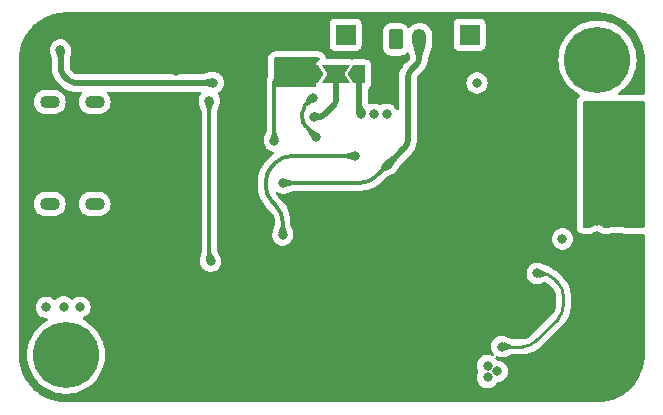
<source format=gbr>
%TF.GenerationSoftware,KiCad,Pcbnew,7.0.8*%
%TF.CreationDate,2024-12-11T22:25:20+01:00*%
%TF.ProjectId,LiPo_BuckBoost_Charger,4c69506f-5f42-4756-936b-426f6f73745f,rev?*%
%TF.SameCoordinates,Original*%
%TF.FileFunction,Copper,L4,Bot*%
%TF.FilePolarity,Positive*%
%FSLAX46Y46*%
G04 Gerber Fmt 4.6, Leading zero omitted, Abs format (unit mm)*
G04 Created by KiCad (PCBNEW 7.0.8) date 2024-12-11 22:25:20*
%MOMM*%
%LPD*%
G01*
G04 APERTURE LIST*
G04 Aperture macros list*
%AMRoundRect*
0 Rectangle with rounded corners*
0 $1 Rounding radius*
0 $2 $3 $4 $5 $6 $7 $8 $9 X,Y pos of 4 corners*
0 Add a 4 corners polygon primitive as box body*
4,1,4,$2,$3,$4,$5,$6,$7,$8,$9,$2,$3,0*
0 Add four circle primitives for the rounded corners*
1,1,$1+$1,$2,$3*
1,1,$1+$1,$4,$5*
1,1,$1+$1,$6,$7*
1,1,$1+$1,$8,$9*
0 Add four rect primitives between the rounded corners*
20,1,$1+$1,$2,$3,$4,$5,0*
20,1,$1+$1,$4,$5,$6,$7,0*
20,1,$1+$1,$6,$7,$8,$9,0*
20,1,$1+$1,$8,$9,$2,$3,0*%
%AMFreePoly0*
4,1,6,1.000000,0.000000,0.500000,-0.750000,-0.500000,-0.750000,-0.500000,0.750000,0.500000,0.750000,1.000000,0.000000,1.000000,0.000000,$1*%
%AMFreePoly1*
4,1,7,0.700000,0.000000,1.200000,-0.750000,-1.200000,-0.750000,-0.700000,0.000000,-1.200000,0.750000,1.200000,0.750000,0.700000,0.000000,0.700000,0.000000,$1*%
G04 Aperture macros list end*
%TA.AperFunction,ComponentPad*%
%ADD10R,1.700000X1.700000*%
%TD*%
%TA.AperFunction,ComponentPad*%
%ADD11O,1.700000X1.700000*%
%TD*%
%TA.AperFunction,ComponentPad*%
%ADD12O,1.700000X1.100000*%
%TD*%
%TA.AperFunction,ComponentPad*%
%ADD13C,5.600000*%
%TD*%
%TA.AperFunction,ComponentPad*%
%ADD14RoundRect,0.250000X-0.625000X0.350000X-0.625000X-0.350000X0.625000X-0.350000X0.625000X0.350000X0*%
%TD*%
%TA.AperFunction,ComponentPad*%
%ADD15O,1.750000X1.200000*%
%TD*%
%TA.AperFunction,ComponentPad*%
%ADD16RoundRect,0.250000X-0.350000X-0.625000X0.350000X-0.625000X0.350000X0.625000X-0.350000X0.625000X0*%
%TD*%
%TA.AperFunction,ComponentPad*%
%ADD17O,1.200000X1.750000*%
%TD*%
%TA.AperFunction,SMDPad,CuDef*%
%ADD18FreePoly0,0.000000*%
%TD*%
%TA.AperFunction,SMDPad,CuDef*%
%ADD19FreePoly1,0.000000*%
%TD*%
%TA.AperFunction,SMDPad,CuDef*%
%ADD20FreePoly0,180.000000*%
%TD*%
%TA.AperFunction,ViaPad*%
%ADD21C,0.800000*%
%TD*%
%TA.AperFunction,Conductor*%
%ADD22C,0.500000*%
%TD*%
%TA.AperFunction,Conductor*%
%ADD23C,0.300000*%
%TD*%
%TA.AperFunction,Conductor*%
%ADD24C,0.250000*%
%TD*%
G04 APERTURE END LIST*
D10*
%TO.P,J6,1,Pin_1*%
%TO.N,+5V*%
X122000000Y-33450000D03*
D11*
%TO.P,J6,2,Pin_2*%
X122000000Y-35990000D03*
%TD*%
D12*
%TO.P,J1,S1,SHIELD*%
%TO.N,unconnected-(J1-SHIELD-PadS1)*%
X77420000Y-30579340D03*
X73620000Y-30579340D03*
X77420000Y-39219340D03*
X73620000Y-39219340D03*
%TD*%
D13*
%TO.P,H2,1*%
%TO.N,N/C*%
X75000000Y-52000000D03*
%TD*%
D10*
%TO.P,J3,1,Pin_1*%
%TO.N,+BATT*%
X98670000Y-24887000D03*
%TD*%
D14*
%TO.P,J5,1,Pin_1*%
%TO.N,+5V*%
X121600000Y-40250000D03*
D15*
%TO.P,J5,2,Pin_2*%
%TO.N,GND*%
X121600000Y-42250000D03*
%TD*%
D10*
%TO.P,J4,1,Pin_1*%
%TO.N,-BATT*%
X109170000Y-24887000D03*
%TD*%
D16*
%TO.P,J2,1,Pin_1*%
%TO.N,+BATT*%
X102920000Y-25280000D03*
D17*
%TO.P,J2,2,Pin_2*%
%TO.N,-BATT*%
X104920000Y-25280000D03*
%TD*%
D13*
%TO.P,H1,1*%
%TO.N,N/C*%
X120000000Y-27000000D03*
%TD*%
D10*
%TO.P,J7,1,Pin_1*%
%TO.N,GND*%
X122000000Y-46500000D03*
D11*
%TO.P,J7,2,Pin_2*%
X122000000Y-49040000D03*
%TD*%
D18*
%TO.P,JP9,1,A*%
%TO.N,Net-(JP9-A)*%
X95850000Y-28240000D03*
D19*
%TO.P,JP9,2,C*%
%TO.N,Net-(JP9-C)*%
X97850000Y-28240000D03*
D20*
%TO.P,JP9,3,B*%
%TO.N,VCC*%
X99850000Y-28240000D03*
%TD*%
D21*
%TO.N,Net-(D1-A)*%
X74520000Y-26180000D03*
X87475000Y-28956000D03*
%TO.N,GND*%
X79550000Y-38890000D03*
X116840000Y-55250000D03*
X112623600Y-26619200D03*
X111760000Y-55250000D03*
X79140000Y-43700000D03*
X112776000Y-24638000D03*
X119710000Y-50822000D03*
X105575000Y-40700000D03*
X116535200Y-24688800D03*
X119380000Y-55250000D03*
X120650000Y-55125000D03*
X80264000Y-41148000D03*
X114046000Y-24638000D03*
X83312000Y-40894000D03*
X73761600Y-37496140D03*
X77770000Y-23750000D03*
X115824000Y-25654000D03*
X72390000Y-37496140D03*
X115062000Y-47117000D03*
X84328000Y-33909000D03*
X85852000Y-36068000D03*
X115316000Y-24638000D03*
X97790000Y-55250000D03*
X112014000Y-25654000D03*
X105870000Y-46750000D03*
X105575000Y-34800000D03*
X85471000Y-33909000D03*
X113284000Y-25654000D03*
X113330000Y-23750000D03*
X123190000Y-52070000D03*
X73761600Y-32416140D03*
X94280000Y-23750000D03*
X91740000Y-23750000D03*
X119980000Y-41921000D03*
X110512500Y-46740000D03*
X109650000Y-47150000D03*
X84328000Y-27940000D03*
X109220000Y-55250000D03*
X106950000Y-47350000D03*
X91440000Y-55250000D03*
X84582000Y-40894000D03*
X119710000Y-49806000D03*
X111400000Y-46300000D03*
X82550000Y-55250000D03*
X114600000Y-23750000D03*
X113334800Y-27533600D03*
X93250000Y-46775000D03*
X117600000Y-34390000D03*
X109650000Y-46300000D03*
X119980000Y-43064000D03*
X80264000Y-39979600D03*
X71750000Y-48260000D03*
X102410000Y-40005000D03*
X71750000Y-49530000D03*
X117600000Y-36930000D03*
X72390000Y-36226140D03*
X122875000Y-53425000D03*
X96275000Y-46750000D03*
X93980000Y-55250000D03*
X100910000Y-40905000D03*
X73761600Y-33686140D03*
X76500000Y-23750000D03*
X90300000Y-46725000D03*
X106050000Y-41700000D03*
X81280000Y-55250000D03*
X114046000Y-46736000D03*
X71750000Y-39380000D03*
X101410000Y-40005000D03*
X71750000Y-41910000D03*
X88392000Y-34036000D03*
X117140000Y-23750000D03*
X112064800Y-27533600D03*
X112060000Y-23750000D03*
X119710000Y-48787000D03*
X101620000Y-45000000D03*
X99060000Y-55250000D03*
X115163600Y-26619200D03*
X73761600Y-34905340D03*
X115570000Y-55250000D03*
X84328000Y-26797000D03*
X72390000Y-33686140D03*
X71750000Y-45720000D03*
X117600000Y-33120000D03*
X95550000Y-23750000D03*
X113360000Y-49390000D03*
X100450000Y-45000000D03*
X71750000Y-46990000D03*
X107950000Y-55250000D03*
X117600000Y-31860000D03*
X78275000Y-46700000D03*
X105575000Y-38750000D03*
X97000000Y-48238000D03*
X96290000Y-45720000D03*
X111404400Y-24638000D03*
X117000000Y-40190000D03*
X75230000Y-23750000D03*
X78740000Y-55250000D03*
X102910000Y-40905000D03*
X111353600Y-26619200D03*
X93010000Y-23750000D03*
X121920000Y-54610000D03*
X84328000Y-30480000D03*
X105575000Y-31700000D03*
X117600000Y-35660000D03*
X113100000Y-47350000D03*
X77470000Y-55250000D03*
X115870000Y-23750000D03*
X114604800Y-27533600D03*
X90170000Y-55250000D03*
X71750000Y-43180000D03*
X83820000Y-55250000D03*
X119710000Y-46755000D03*
X90470000Y-23750000D03*
X105410000Y-55250000D03*
X105575000Y-35750000D03*
X113360000Y-48420000D03*
X84328000Y-32766000D03*
X119710000Y-45739000D03*
X119710000Y-44723000D03*
X71750000Y-40650000D03*
X97000000Y-49254000D03*
X117600000Y-30590000D03*
X105575000Y-37750000D03*
X72386509Y-34923130D03*
X92710000Y-55250000D03*
X114300000Y-55250000D03*
X105575000Y-29650000D03*
X86360000Y-55250000D03*
X71750000Y-44450000D03*
X102870000Y-55250000D03*
X82042000Y-40894000D03*
X80010000Y-55250000D03*
X80264000Y-43688000D03*
X73761600Y-36226140D03*
X110490000Y-55250000D03*
X106324400Y-54102000D03*
X118110000Y-55250000D03*
X114554000Y-25654000D03*
X76200000Y-32111340D03*
X95250000Y-55250000D03*
X81325000Y-46750000D03*
X115874800Y-27533600D03*
X80264000Y-42418000D03*
X84328000Y-36068000D03*
X100330000Y-55250000D03*
X87630000Y-55250000D03*
X77750000Y-45140000D03*
X84328000Y-31623000D03*
X101600000Y-55250000D03*
X113100000Y-46150000D03*
X107000000Y-46200000D03*
X88900000Y-55250000D03*
X86106000Y-42418000D03*
X106680000Y-55250000D03*
X113030000Y-55250000D03*
X72390000Y-32416140D03*
X106350000Y-51160000D03*
X114173000Y-47752000D03*
X96520000Y-55250000D03*
X105575000Y-32700000D03*
X111400000Y-47150000D03*
X101910000Y-40905000D03*
X113893600Y-26619200D03*
X84300000Y-46775000D03*
X85090000Y-55250000D03*
X108000000Y-46800000D03*
X104140000Y-55250000D03*
X119710000Y-47771000D03*
%TO.N,-BATT*%
X93400000Y-37450000D03*
X102250000Y-35880000D03*
%TO.N,+5V*%
X109800000Y-28975000D03*
X120000000Y-40643000D03*
X119750000Y-34266000D03*
X119750000Y-33250000D03*
X119750000Y-37317000D03*
X119750000Y-31250000D03*
X120000000Y-39500000D03*
X119750000Y-36301000D03*
X119750000Y-35282000D03*
X117030000Y-42180000D03*
X119750000Y-32250000D03*
%TO.N,Net-(U4-EN)*%
X111900000Y-51300000D03*
X114900000Y-45100000D03*
%TO.N,VBUS*%
X93350000Y-41850000D03*
X99450000Y-35150000D03*
%TO.N,Net-(JP1-A)*%
X87250000Y-44075000D03*
X87130000Y-30480000D03*
%TO.N,Net-(JP9-A)*%
X93450000Y-27850000D03*
X92640000Y-33900000D03*
%TO.N,VCC*%
X76180000Y-47960000D03*
X102160000Y-31620000D03*
X74800000Y-47940000D03*
X110700000Y-52900000D03*
X73330000Y-47970000D03*
X101070000Y-31620000D03*
X111500000Y-53400000D03*
X100010000Y-31630000D03*
X110700000Y-53900000D03*
%TO.N,Net-(Q1-G)*%
X95875000Y-30225000D03*
X96200000Y-33550000D03*
%TO.N,Net-(JP9-C)*%
X95960000Y-31820000D03*
%TD*%
D22*
%TO.N,Net-(D1-A)*%
X74576207Y-26236207D02*
X74576207Y-27888088D01*
X75716660Y-28956000D02*
X87475000Y-28956000D01*
X74794670Y-28344670D02*
X75186330Y-28736330D01*
X74520000Y-26180000D02*
X74576207Y-26236207D01*
X74576184Y-27888091D02*
G75*
G03*
X74794670Y-28344670I766216J86091D01*
G01*
X75186350Y-28736310D02*
G75*
G03*
X75716660Y-28956000I530350J530310D01*
G01*
D23*
%TO.N,-BATT*%
X101265787Y-36864213D02*
X102250000Y-35880000D01*
X93400000Y-37450000D02*
X99851573Y-37450000D01*
D22*
X103950000Y-33765786D02*
X103950000Y-28564214D01*
X104242893Y-27857107D02*
X104627107Y-27472893D01*
X102250000Y-35880000D02*
X103657107Y-34472893D01*
X104920000Y-26765786D02*
X104920000Y-25280000D01*
X103657114Y-34472900D02*
G75*
G03*
X103950000Y-33765786I-707114J707100D01*
G01*
X104627114Y-27472900D02*
G75*
G03*
X104920000Y-26765786I-707114J707100D01*
G01*
X104242886Y-27857100D02*
G75*
G03*
X103950000Y-28564214I707114J-707100D01*
G01*
D23*
X99851573Y-37449980D02*
G75*
G03*
X101265786Y-36864212I27J1999980D01*
G01*
D24*
%TO.N,Net-(U4-EN)*%
X115228680Y-45100000D02*
X114900000Y-45100000D01*
X116660660Y-45910660D02*
X116289340Y-45539340D01*
X117100000Y-47878680D02*
X117100000Y-46971320D01*
X111900000Y-51300000D02*
X113678680Y-51300000D01*
X114739340Y-50860660D02*
X116660660Y-48939340D01*
X113678680Y-51299985D02*
G75*
G03*
X114739340Y-50860660I20J1499985D01*
G01*
X116660670Y-48939350D02*
G75*
G03*
X117100000Y-47878680I-1060670J1060650D01*
G01*
X117099985Y-46971320D02*
G75*
G03*
X116660660Y-45910660I-1499985J20D01*
G01*
X116289350Y-45539330D02*
G75*
G03*
X115228680Y-45100000I-1060650J-1060670D01*
G01*
D23*
%TO.N,VBUS*%
X91900000Y-37671573D02*
X91900000Y-37378427D01*
X94128427Y-35150000D02*
X99450000Y-35150000D01*
X92485787Y-35964213D02*
X92714214Y-35735786D01*
X92764213Y-39364213D02*
X92485786Y-39085786D01*
X93350000Y-41850000D02*
X93350000Y-40778427D01*
X94128427Y-35150020D02*
G75*
G03*
X92714215Y-35735787I-27J-1999980D01*
G01*
X91900020Y-37671573D02*
G75*
G03*
X92485787Y-39085785I1999980J-27D01*
G01*
X93349980Y-40778427D02*
G75*
G03*
X92764212Y-39364214I-1999980J27D01*
G01*
X92485773Y-35964199D02*
G75*
G03*
X91900000Y-37378427I1414227J-1414201D01*
G01*
%TO.N,Net-(JP1-A)*%
X87250000Y-44075000D02*
X87130000Y-43955000D01*
X87130000Y-43955000D02*
X87130000Y-30480000D01*
%TO.N,Net-(JP9-A)*%
X92640000Y-33900000D02*
X92640000Y-28867107D01*
X92786447Y-28513553D02*
X93450000Y-27850000D01*
X92786444Y-28513550D02*
G75*
G03*
X92640000Y-28867107I353556J-353550D01*
G01*
D22*
%TO.N,VCC*%
X99850000Y-31470000D02*
X100010000Y-31630000D01*
X99850000Y-28240000D02*
X99850000Y-31470000D01*
D23*
%TO.N,Net-(Q1-G)*%
X95875000Y-30227624D02*
X95234691Y-30867933D01*
X95010000Y-31504214D02*
X95010000Y-31945786D01*
X95302893Y-32652893D02*
X96200000Y-33550000D01*
X95875000Y-30225000D02*
X95875000Y-30227624D01*
X95234685Y-30867928D02*
G75*
G03*
X95010001Y-31504214I801315J-640772D01*
G01*
X95010010Y-31945786D02*
G75*
G03*
X95302893Y-32652893I999990J-14D01*
G01*
D22*
%TO.N,Net-(JP9-C)*%
X97850000Y-30502893D02*
X97850000Y-28240000D01*
X96886447Y-31673553D02*
X97703554Y-30856446D01*
X95960000Y-31820000D02*
X96532893Y-31820000D01*
X97703557Y-30856449D02*
G75*
G03*
X97850000Y-30502893I-353557J353549D01*
G01*
X96532893Y-31819995D02*
G75*
G03*
X96886447Y-31673553I7J499995D01*
G01*
%TD*%
%TA.AperFunction,Conductor*%
%TO.N,GND*%
G36*
X120001423Y-23000566D02*
G01*
X120040986Y-23002394D01*
X120172950Y-23008495D01*
X120372549Y-23018302D01*
X120378048Y-23018819D01*
X120563357Y-23044668D01*
X120749828Y-23072329D01*
X120754871Y-23073294D01*
X120939341Y-23116681D01*
X121120221Y-23161989D01*
X121124797Y-23163327D01*
X121305568Y-23223916D01*
X121480339Y-23286450D01*
X121484471Y-23288100D01*
X121542986Y-23313936D01*
X121659474Y-23365370D01*
X121826973Y-23444592D01*
X121830601Y-23446457D01*
X121992257Y-23536500D01*
X121998142Y-23539778D01*
X122156964Y-23634972D01*
X122160119Y-23636996D01*
X122318603Y-23745559D01*
X122467377Y-23855897D01*
X122470001Y-23857957D01*
X122618027Y-23980876D01*
X122755321Y-24105314D01*
X122757514Y-24107402D01*
X122892596Y-24242484D01*
X122894687Y-24244680D01*
X123019129Y-24381980D01*
X123142034Y-24529989D01*
X123144109Y-24532632D01*
X123254443Y-24681400D01*
X123363002Y-24839879D01*
X123365032Y-24843044D01*
X123460221Y-25001857D01*
X123553527Y-25169371D01*
X123555410Y-25173034D01*
X123634638Y-25340547D01*
X123711899Y-25515527D01*
X123713558Y-25519685D01*
X123776093Y-25694459D01*
X123836662Y-25875173D01*
X123838018Y-25879812D01*
X123883317Y-26060654D01*
X123926696Y-26245090D01*
X123927672Y-26250189D01*
X123955337Y-26436689D01*
X123981177Y-26621933D01*
X123981697Y-26627459D01*
X123991512Y-26827238D01*
X123999434Y-26998575D01*
X123999500Y-27001439D01*
X123999500Y-29870500D01*
X123979815Y-29937539D01*
X123927011Y-29983294D01*
X123875500Y-29994500D01*
X121871563Y-29994500D01*
X121804524Y-29974815D01*
X121758769Y-29922011D01*
X121748825Y-29852853D01*
X121777850Y-29789297D01*
X121807632Y-29764251D01*
X121854919Y-29735800D01*
X122139837Y-29519211D01*
X122399668Y-29273086D01*
X122631365Y-29000311D01*
X122832211Y-28704085D01*
X122999853Y-28387880D01*
X123132324Y-28055403D01*
X123228071Y-27710552D01*
X123277745Y-27407552D01*
X123285970Y-27357385D01*
X123285970Y-27357382D01*
X123285972Y-27357371D01*
X123305086Y-27004834D01*
X123305348Y-27000002D01*
X123305348Y-26999997D01*
X123300116Y-26903501D01*
X123285972Y-26642629D01*
X123284061Y-26630973D01*
X123228073Y-26289460D01*
X123228072Y-26289459D01*
X123228071Y-26289448D01*
X123170780Y-26083105D01*
X123132327Y-25944607D01*
X123132325Y-25944600D01*
X123104662Y-25875172D01*
X123045752Y-25727318D01*
X122999857Y-25612129D01*
X122999848Y-25612111D01*
X122950823Y-25519641D01*
X122855883Y-25340564D01*
X122832215Y-25295922D01*
X122832213Y-25295919D01*
X122832211Y-25295915D01*
X122631365Y-24999689D01*
X122631361Y-24999684D01*
X122631358Y-24999680D01*
X122399668Y-24726914D01*
X122254879Y-24589763D01*
X122139837Y-24480789D01*
X122139830Y-24480783D01*
X122139827Y-24480781D01*
X122066664Y-24425164D01*
X121854919Y-24264200D01*
X121548253Y-24079685D01*
X121548252Y-24079684D01*
X121548248Y-24079682D01*
X121548244Y-24079680D01*
X121223447Y-23929414D01*
X121223441Y-23929411D01*
X121223435Y-23929409D01*
X121053854Y-23872270D01*
X120884273Y-23815131D01*
X120534744Y-23738194D01*
X120178949Y-23699500D01*
X120178948Y-23699500D01*
X119821052Y-23699500D01*
X119821050Y-23699500D01*
X119465255Y-23738194D01*
X119115726Y-23815131D01*
X118861633Y-23900746D01*
X118776565Y-23929409D01*
X118776563Y-23929410D01*
X118776552Y-23929414D01*
X118451755Y-24079680D01*
X118451751Y-24079682D01*
X118274477Y-24186345D01*
X118145081Y-24264200D01*
X118093130Y-24303692D01*
X117860172Y-24480781D01*
X117860163Y-24480789D01*
X117600331Y-24726914D01*
X117368641Y-24999680D01*
X117368634Y-24999690D01*
X117167790Y-25295913D01*
X117167784Y-25295922D01*
X117000151Y-25612111D01*
X117000142Y-25612129D01*
X116867674Y-25944600D01*
X116867672Y-25944607D01*
X116771932Y-26289434D01*
X116771926Y-26289460D01*
X116714029Y-26642614D01*
X116714028Y-26642627D01*
X116714028Y-26642629D01*
X116706391Y-26783478D01*
X116694652Y-26999997D01*
X116694652Y-27000002D01*
X116714028Y-27357368D01*
X116714029Y-27357385D01*
X116771926Y-27710539D01*
X116771932Y-27710565D01*
X116867672Y-28055392D01*
X116867674Y-28055399D01*
X117000142Y-28387870D01*
X117000151Y-28387888D01*
X117167784Y-28704077D01*
X117167787Y-28704082D01*
X117167789Y-28704085D01*
X117338591Y-28956000D01*
X117368634Y-29000309D01*
X117368641Y-29000319D01*
X117507044Y-29163259D01*
X117600332Y-29273086D01*
X117860163Y-29519211D01*
X118145081Y-29735800D01*
X118422004Y-29902419D01*
X118451749Y-29920316D01*
X118460602Y-29924412D01*
X118513180Y-29970427D01*
X118532533Y-30037562D01*
X118512519Y-30104504D01*
X118489738Y-30130664D01*
X118438656Y-30174926D01*
X118344433Y-30283664D01*
X118344430Y-30283668D01*
X118284664Y-30414534D01*
X118264978Y-30481575D01*
X118264976Y-30481580D01*
X118255203Y-30549558D01*
X118244500Y-30624000D01*
X118244500Y-41126000D01*
X118244501Y-41126009D01*
X118256052Y-41233450D01*
X118256054Y-41233462D01*
X118267260Y-41284972D01*
X118301383Y-41387497D01*
X118301386Y-41387503D01*
X118379171Y-41508537D01*
X118379179Y-41508548D01*
X118424923Y-41561340D01*
X118424926Y-41561343D01*
X118424930Y-41561347D01*
X118533664Y-41655567D01*
X118533667Y-41655568D01*
X118533668Y-41655569D01*
X118653739Y-41710405D01*
X118664541Y-41715338D01*
X118709357Y-41728497D01*
X118731575Y-41735022D01*
X118731580Y-41735023D01*
X118731584Y-41735024D01*
X118874000Y-41755500D01*
X118874003Y-41755500D01*
X119338450Y-41755500D01*
X119338451Y-41755500D01*
X119345594Y-41755296D01*
X119352739Y-41755092D01*
X119354342Y-41755023D01*
X119367181Y-41754473D01*
X119508195Y-41725899D01*
X119574001Y-41702419D01*
X119701252Y-41635275D01*
X119770871Y-41584693D01*
X119793309Y-41571737D01*
X119835666Y-41552878D01*
X119899065Y-41542839D01*
X119905352Y-41543500D01*
X120076912Y-41543500D01*
X120127348Y-41554221D01*
X120166678Y-41571732D01*
X120189123Y-41584690D01*
X120238859Y-41620825D01*
X120264601Y-41639528D01*
X120276412Y-41647603D01*
X120276414Y-41647604D01*
X120288424Y-41655567D01*
X120419301Y-41715338D01*
X120455271Y-41725900D01*
X120486335Y-41735022D01*
X120486340Y-41735023D01*
X120486344Y-41735024D01*
X120628760Y-41755500D01*
X120628763Y-41755500D01*
X120832996Y-41755500D01*
X120832997Y-41755500D01*
X120952172Y-41741251D01*
X121008991Y-41727467D01*
X121067402Y-41705679D01*
X121071551Y-41704299D01*
X121200526Y-41666428D01*
X121223658Y-41661970D01*
X121257501Y-41658738D01*
X121293723Y-41655281D01*
X121299619Y-41655000D01*
X121919980Y-41655000D01*
X121943436Y-41657239D01*
X122031779Y-41674265D01*
X122054371Y-41680899D01*
X122128080Y-41710408D01*
X122220292Y-41737484D01*
X122220298Y-41737485D01*
X122220306Y-41737487D01*
X122234021Y-41740130D01*
X122266378Y-41746366D01*
X122362041Y-41755500D01*
X122362046Y-41755500D01*
X123875500Y-41755500D01*
X123942539Y-41775185D01*
X123988294Y-41827989D01*
X123999500Y-41879500D01*
X123999500Y-51998560D01*
X123999434Y-52001424D01*
X123991512Y-52172761D01*
X123981697Y-52372539D01*
X123981177Y-52378065D01*
X123955337Y-52563310D01*
X123927672Y-52749809D01*
X123926696Y-52754908D01*
X123883317Y-52939345D01*
X123838018Y-53120186D01*
X123836662Y-53124825D01*
X123776093Y-53305540D01*
X123713557Y-53480314D01*
X123711899Y-53484470D01*
X123634638Y-53659452D01*
X123555410Y-53826964D01*
X123553527Y-53830627D01*
X123460221Y-53998142D01*
X123365032Y-54156954D01*
X123363002Y-54160118D01*
X123254437Y-54318608D01*
X123144121Y-54467350D01*
X123142021Y-54470025D01*
X123019132Y-54618016D01*
X122894695Y-54755310D01*
X122892596Y-54757514D01*
X122757514Y-54892596D01*
X122755310Y-54894695D01*
X122618016Y-55019132D01*
X122470025Y-55142021D01*
X122467350Y-55144121D01*
X122318608Y-55254437D01*
X122160118Y-55363002D01*
X122156954Y-55365032D01*
X121998142Y-55460221D01*
X121830627Y-55553527D01*
X121826964Y-55555410D01*
X121659452Y-55634638D01*
X121484470Y-55711899D01*
X121480314Y-55713557D01*
X121305540Y-55776093D01*
X121124825Y-55836662D01*
X121120186Y-55838018D01*
X120939345Y-55883317D01*
X120754908Y-55926696D01*
X120749809Y-55927672D01*
X120563310Y-55955337D01*
X120378065Y-55981177D01*
X120372539Y-55981697D01*
X120172761Y-55991512D01*
X120001424Y-55999434D01*
X119998560Y-55999500D01*
X75001440Y-55999500D01*
X74998576Y-55999434D01*
X74827238Y-55991512D01*
X74627459Y-55981697D01*
X74621933Y-55981177D01*
X74436689Y-55955337D01*
X74250189Y-55927672D01*
X74245090Y-55926696D01*
X74060654Y-55883317D01*
X73879812Y-55838018D01*
X73875173Y-55836662D01*
X73694459Y-55776093D01*
X73519685Y-55713558D01*
X73515527Y-55711899D01*
X73340547Y-55634638D01*
X73173034Y-55555410D01*
X73169371Y-55553527D01*
X73001857Y-55460221D01*
X72843044Y-55365032D01*
X72839879Y-55363002D01*
X72730371Y-55287989D01*
X72681392Y-55254437D01*
X72532632Y-55144109D01*
X72529989Y-55142034D01*
X72381980Y-55019129D01*
X72244688Y-54894695D01*
X72242484Y-54892596D01*
X72107402Y-54757514D01*
X72105314Y-54755321D01*
X71980867Y-54618016D01*
X71857957Y-54470001D01*
X71855897Y-54467377D01*
X71745559Y-54318603D01*
X71636995Y-54160118D01*
X71634966Y-54156954D01*
X71539778Y-53998142D01*
X71503056Y-53932214D01*
X71446457Y-53830601D01*
X71444588Y-53826964D01*
X71365361Y-53659452D01*
X71288100Y-53484471D01*
X71286450Y-53480339D01*
X71223906Y-53305540D01*
X71163327Y-53124797D01*
X71161989Y-53120221D01*
X71116675Y-52939315D01*
X71111402Y-52916895D01*
X71073294Y-52754871D01*
X71072329Y-52749828D01*
X71044662Y-52563310D01*
X71018819Y-52378048D01*
X71018302Y-52372549D01*
X71008487Y-52172761D01*
X71000566Y-52001423D01*
X71000533Y-52000002D01*
X71694652Y-52000002D01*
X71714028Y-52357368D01*
X71714029Y-52357385D01*
X71771926Y-52710539D01*
X71771932Y-52710565D01*
X71867672Y-53055392D01*
X71867674Y-53055399D01*
X72000142Y-53387870D01*
X72000151Y-53387888D01*
X72167784Y-53704077D01*
X72167787Y-53704082D01*
X72167789Y-53704085D01*
X72367164Y-53998142D01*
X72368634Y-54000309D01*
X72368641Y-54000319D01*
X72504376Y-54160118D01*
X72600332Y-54273086D01*
X72860163Y-54519211D01*
X73145081Y-54735800D01*
X73451747Y-54920315D01*
X73451749Y-54920316D01*
X73451751Y-54920317D01*
X73451755Y-54920319D01*
X73776552Y-55070585D01*
X73776565Y-55070591D01*
X74115726Y-55184868D01*
X74465254Y-55261805D01*
X74821052Y-55300500D01*
X74821058Y-55300500D01*
X75178942Y-55300500D01*
X75178948Y-55300500D01*
X75534746Y-55261805D01*
X75884274Y-55184868D01*
X76223435Y-55070591D01*
X76548253Y-54920315D01*
X76854919Y-54735800D01*
X77139837Y-54519211D01*
X77399668Y-54273086D01*
X77631365Y-54000311D01*
X77699377Y-53900000D01*
X109794540Y-53900000D01*
X109814326Y-54088256D01*
X109814327Y-54088259D01*
X109872818Y-54268277D01*
X109872821Y-54268284D01*
X109967467Y-54432216D01*
X110045797Y-54519210D01*
X110094129Y-54572888D01*
X110247265Y-54684148D01*
X110247270Y-54684151D01*
X110420192Y-54761142D01*
X110420197Y-54761144D01*
X110605354Y-54800500D01*
X110605355Y-54800500D01*
X110794644Y-54800500D01*
X110794646Y-54800500D01*
X110979803Y-54761144D01*
X111152730Y-54684151D01*
X111305871Y-54572888D01*
X111432533Y-54432216D01*
X111445223Y-54410237D01*
X111472784Y-54362500D01*
X111523351Y-54314284D01*
X111580171Y-54300500D01*
X111594644Y-54300500D01*
X111594646Y-54300500D01*
X111779803Y-54261144D01*
X111952730Y-54184151D01*
X112105871Y-54072888D01*
X112232533Y-53932216D01*
X112327179Y-53768284D01*
X112385674Y-53588256D01*
X112405460Y-53400000D01*
X112385674Y-53211744D01*
X112327179Y-53031716D01*
X112232533Y-52867784D01*
X112105871Y-52727112D01*
X112084719Y-52711744D01*
X111952734Y-52615851D01*
X111952729Y-52615848D01*
X111779807Y-52538857D01*
X111779802Y-52538855D01*
X111634001Y-52507865D01*
X111594646Y-52499500D01*
X111594645Y-52499500D01*
X111580171Y-52499500D01*
X111513132Y-52479815D01*
X111472784Y-52437500D01*
X111435278Y-52372539D01*
X111432533Y-52367784D01*
X111386753Y-52316940D01*
X111356525Y-52253952D01*
X111365150Y-52184617D01*
X111409891Y-52130951D01*
X111476544Y-52109993D01*
X111529341Y-52120692D01*
X111620197Y-52161144D01*
X111805354Y-52200500D01*
X111805355Y-52200500D01*
X111994644Y-52200500D01*
X111994646Y-52200500D01*
X112179803Y-52161144D01*
X112208056Y-52148563D01*
X112231607Y-52140792D01*
X112239286Y-52139085D01*
X112242400Y-52138394D01*
X112784389Y-51933510D01*
X112828234Y-51925500D01*
X113719835Y-51925500D01*
X113720285Y-51925485D01*
X113798037Y-51925487D01*
X114035267Y-51898760D01*
X114035274Y-51898758D01*
X114035283Y-51898757D01*
X114226575Y-51855098D01*
X114268012Y-51845641D01*
X114493347Y-51766795D01*
X114708437Y-51663217D01*
X114910577Y-51536206D01*
X115097226Y-51387362D01*
X115113838Y-51370749D01*
X115113844Y-51370745D01*
X115125758Y-51358830D01*
X115125760Y-51358830D01*
X115189648Y-51294942D01*
X115235336Y-51249256D01*
X115235337Y-51249253D01*
X115242394Y-51242197D01*
X115242406Y-51242182D01*
X117042185Y-49442403D01*
X117042193Y-49442397D01*
X117049252Y-49435338D01*
X117049256Y-49435336D01*
X117067847Y-49416743D01*
X117067893Y-49416718D01*
X117102969Y-49381640D01*
X117102970Y-49381641D01*
X117187373Y-49297236D01*
X117336219Y-49110586D01*
X117463230Y-48908444D01*
X117566809Y-48693353D01*
X117645655Y-48468017D01*
X117677548Y-48328277D01*
X117698772Y-48235285D01*
X117698772Y-48235279D01*
X117698775Y-48235269D01*
X117725501Y-47998038D01*
X117725500Y-47878672D01*
X117725500Y-46931970D01*
X117725500Y-46930174D01*
X117725485Y-46929719D01*
X117725487Y-46851963D01*
X117698760Y-46614733D01*
X117698758Y-46614726D01*
X117698757Y-46614716D01*
X117645642Y-46381992D01*
X117645641Y-46381991D01*
X117645641Y-46381988D01*
X117566795Y-46156653D01*
X117463217Y-45941563D01*
X117336206Y-45739423D01*
X117187362Y-45552774D01*
X117169043Y-45534455D01*
X117169039Y-45534449D01*
X117099455Y-45464865D01*
X117046510Y-45411918D01*
X117046493Y-45411903D01*
X116792405Y-45157814D01*
X116792403Y-45157811D01*
X116767960Y-45133368D01*
X116767935Y-45133323D01*
X116647231Y-45012622D01*
X116460585Y-44863780D01*
X116359515Y-44800275D01*
X116258444Y-44736770D01*
X116043353Y-44633191D01*
X116043354Y-44633191D01*
X116043345Y-44633187D01*
X115944798Y-44598704D01*
X115938348Y-44596031D01*
X115277425Y-44277430D01*
X115270515Y-44274330D01*
X115206523Y-44250614D01*
X115202849Y-44249117D01*
X115179806Y-44238857D01*
X115179802Y-44238855D01*
X115034001Y-44207865D01*
X114994646Y-44199500D01*
X114805354Y-44199500D01*
X114772897Y-44206398D01*
X114620197Y-44238855D01*
X114620192Y-44238857D01*
X114447270Y-44315848D01*
X114447265Y-44315851D01*
X114294129Y-44427111D01*
X114167466Y-44567785D01*
X114072821Y-44731715D01*
X114072818Y-44731722D01*
X114029910Y-44863781D01*
X114014326Y-44911744D01*
X113994540Y-45100000D01*
X114014326Y-45288256D01*
X114014327Y-45288259D01*
X114072818Y-45468277D01*
X114072821Y-45468284D01*
X114167467Y-45632216D01*
X114294129Y-45772888D01*
X114447265Y-45884148D01*
X114447270Y-45884151D01*
X114620192Y-45961142D01*
X114620197Y-45961144D01*
X114805354Y-46000500D01*
X114805355Y-46000500D01*
X114994644Y-46000500D01*
X114994646Y-46000500D01*
X115179803Y-45961144D01*
X115185749Y-45958496D01*
X115202203Y-45953095D01*
X115202067Y-45952633D01*
X115239553Y-45941563D01*
X115580216Y-45840960D01*
X115650084Y-45840853D01*
X115680123Y-45854156D01*
X115734390Y-45887410D01*
X115750132Y-45898847D01*
X115845071Y-45979931D01*
X115848648Y-45983238D01*
X116216621Y-46351211D01*
X116219928Y-46354788D01*
X116301139Y-46449877D01*
X116312576Y-46465618D01*
X116374078Y-46565982D01*
X116382911Y-46583319D01*
X116427953Y-46692062D01*
X116433966Y-46710569D01*
X116461441Y-46825018D01*
X116464485Y-46844236D01*
X116474308Y-46969078D01*
X116474499Y-46973944D01*
X116474499Y-47050999D01*
X116474500Y-47051016D01*
X116474500Y-47799416D01*
X116474499Y-47799438D01*
X116474499Y-47876251D01*
X116474308Y-47881116D01*
X116464500Y-48005763D01*
X116461456Y-48024982D01*
X116433980Y-48139434D01*
X116427968Y-48157939D01*
X116382924Y-48266689D01*
X116374090Y-48284026D01*
X116312590Y-48384388D01*
X116301153Y-48400131D01*
X116220066Y-48495072D01*
X116216760Y-48498648D01*
X114298775Y-50416632D01*
X114295198Y-50419939D01*
X114200122Y-50501140D01*
X114184380Y-50512577D01*
X114084017Y-50574078D01*
X114066680Y-50582911D01*
X113957937Y-50627953D01*
X113939430Y-50633966D01*
X113824981Y-50661441D01*
X113805763Y-50664485D01*
X113680921Y-50674308D01*
X113676055Y-50674499D01*
X113599000Y-50674499D01*
X113598984Y-50674500D01*
X112828236Y-50674500D01*
X112784391Y-50666489D01*
X112539930Y-50574078D01*
X112259437Y-50468045D01*
X112242407Y-50461608D01*
X112242401Y-50461606D01*
X112242393Y-50461603D01*
X112202016Y-50448388D01*
X112196088Y-50446106D01*
X112190567Y-50443648D01*
X112179804Y-50438856D01*
X112075246Y-50416632D01*
X111994646Y-50399500D01*
X111805354Y-50399500D01*
X111772897Y-50406398D01*
X111620197Y-50438855D01*
X111620192Y-50438857D01*
X111447270Y-50515848D01*
X111447265Y-50515851D01*
X111294129Y-50627111D01*
X111167466Y-50767785D01*
X111072821Y-50931715D01*
X111072818Y-50931722D01*
X111014327Y-51111740D01*
X111014326Y-51111744D01*
X110994540Y-51300000D01*
X111014326Y-51488256D01*
X111014327Y-51488259D01*
X111072818Y-51668277D01*
X111072821Y-51668284D01*
X111167464Y-51832212D01*
X111167465Y-51832214D01*
X111167467Y-51832216D01*
X111213245Y-51883057D01*
X111243474Y-51946047D01*
X111234849Y-52015382D01*
X111190108Y-52069048D01*
X111123455Y-52090006D01*
X111070658Y-52079307D01*
X110979807Y-52038857D01*
X110979802Y-52038855D01*
X110834001Y-52007865D01*
X110794646Y-51999500D01*
X110605354Y-51999500D01*
X110572897Y-52006398D01*
X110420197Y-52038855D01*
X110420192Y-52038857D01*
X110247270Y-52115848D01*
X110247265Y-52115851D01*
X110094129Y-52227111D01*
X109967466Y-52367785D01*
X109872821Y-52531715D01*
X109872818Y-52531722D01*
X109814713Y-52710552D01*
X109814326Y-52711744D01*
X109794540Y-52900000D01*
X109814326Y-53088256D01*
X109814327Y-53088259D01*
X109872818Y-53268277D01*
X109872820Y-53268281D01*
X109872821Y-53268284D01*
X109894320Y-53305521D01*
X109913072Y-53338001D01*
X109929543Y-53405901D01*
X109913072Y-53461999D01*
X109872820Y-53531718D01*
X109872818Y-53531722D01*
X109816814Y-53704086D01*
X109814326Y-53711744D01*
X109794540Y-53900000D01*
X77699377Y-53900000D01*
X77832211Y-53704085D01*
X77999853Y-53387880D01*
X78132324Y-53055403D01*
X78228071Y-52710552D01*
X78262671Y-52499500D01*
X78285970Y-52357385D01*
X78285970Y-52357382D01*
X78285972Y-52357371D01*
X78305348Y-52000000D01*
X78285972Y-51642629D01*
X78268525Y-51536209D01*
X78228073Y-51289460D01*
X78228072Y-51289459D01*
X78228071Y-51289448D01*
X78132324Y-50944597D01*
X78061875Y-50767784D01*
X77999857Y-50612129D01*
X77999848Y-50612111D01*
X77832215Y-50295922D01*
X77832213Y-50295919D01*
X77832211Y-50295915D01*
X77631365Y-49999689D01*
X77631361Y-49999684D01*
X77631358Y-49999680D01*
X77399668Y-49726914D01*
X77139837Y-49480789D01*
X77139830Y-49480783D01*
X77139827Y-49480781D01*
X77072245Y-49429407D01*
X76854919Y-49264200D01*
X76548253Y-49079685D01*
X76548252Y-49079684D01*
X76548248Y-49079682D01*
X76548244Y-49079680D01*
X76468034Y-49042571D01*
X76415456Y-48996557D01*
X76396102Y-48929421D01*
X76416116Y-48862480D01*
X76469145Y-48816985D01*
X76469246Y-48816939D01*
X76632730Y-48744151D01*
X76785871Y-48632888D01*
X76912533Y-48492216D01*
X77007179Y-48328284D01*
X77065674Y-48148256D01*
X77085460Y-47960000D01*
X77065674Y-47771744D01*
X77007179Y-47591716D01*
X76912533Y-47427784D01*
X76785871Y-47287112D01*
X76762496Y-47270129D01*
X76632734Y-47175851D01*
X76632729Y-47175848D01*
X76459807Y-47098857D01*
X76459802Y-47098855D01*
X76314001Y-47067865D01*
X76274646Y-47059500D01*
X76085354Y-47059500D01*
X76052897Y-47066398D01*
X75900197Y-47098855D01*
X75900192Y-47098857D01*
X75727271Y-47175848D01*
X75573624Y-47287478D01*
X75507817Y-47310957D01*
X75439763Y-47295131D01*
X75408588Y-47270130D01*
X75405871Y-47267112D01*
X75405867Y-47267109D01*
X75405864Y-47267106D01*
X75252734Y-47155851D01*
X75252729Y-47155848D01*
X75079807Y-47078857D01*
X75079802Y-47078855D01*
X74931159Y-47047261D01*
X74894646Y-47039500D01*
X74705354Y-47039500D01*
X74672897Y-47046398D01*
X74520197Y-47078855D01*
X74520192Y-47078857D01*
X74347270Y-47155848D01*
X74347265Y-47155851D01*
X74194129Y-47267111D01*
X74194128Y-47267112D01*
X74143642Y-47323182D01*
X74084155Y-47359830D01*
X74014298Y-47358499D01*
X73959343Y-47323180D01*
X73935871Y-47297112D01*
X73935870Y-47297111D01*
X73935869Y-47297110D01*
X73782734Y-47185851D01*
X73782729Y-47185848D01*
X73609807Y-47108857D01*
X73609802Y-47108855D01*
X73464001Y-47077865D01*
X73424646Y-47069500D01*
X73235354Y-47069500D01*
X73202897Y-47076398D01*
X73050197Y-47108855D01*
X73050192Y-47108857D01*
X72877270Y-47185848D01*
X72877265Y-47185851D01*
X72724129Y-47297111D01*
X72597466Y-47437785D01*
X72502821Y-47601715D01*
X72502818Y-47601722D01*
X72447575Y-47771744D01*
X72444326Y-47781744D01*
X72424540Y-47970000D01*
X72444326Y-48158256D01*
X72444327Y-48158259D01*
X72502818Y-48338277D01*
X72502821Y-48338284D01*
X72597467Y-48502216D01*
X72697117Y-48612888D01*
X72724129Y-48642888D01*
X72877265Y-48754148D01*
X72877270Y-48754151D01*
X73050192Y-48831142D01*
X73050197Y-48831144D01*
X73235354Y-48870500D01*
X73235355Y-48870500D01*
X73352808Y-48870500D01*
X73419847Y-48890185D01*
X73465602Y-48942989D01*
X73475546Y-49012147D01*
X73446521Y-49075703D01*
X73416737Y-49100749D01*
X73145081Y-49264200D01*
X73101623Y-49297236D01*
X72860172Y-49480781D01*
X72860163Y-49480789D01*
X72600331Y-49726914D01*
X72368641Y-49999680D01*
X72368634Y-49999690D01*
X72167790Y-50295913D01*
X72167784Y-50295922D01*
X72000151Y-50612111D01*
X72000142Y-50612129D01*
X71867674Y-50944600D01*
X71867672Y-50944607D01*
X71771932Y-51289434D01*
X71771926Y-51289460D01*
X71714029Y-51642614D01*
X71714028Y-51642627D01*
X71714028Y-51642629D01*
X71712637Y-51668284D01*
X71694652Y-51999997D01*
X71694652Y-52000002D01*
X71000533Y-52000002D01*
X71000500Y-51998560D01*
X71000500Y-39219340D01*
X72264417Y-39219340D01*
X72284699Y-39425272D01*
X72305643Y-39494315D01*
X72344768Y-39623294D01*
X72442315Y-39805790D01*
X72457409Y-39824182D01*
X72573589Y-39965750D01*
X72668355Y-40043521D01*
X72733550Y-40097025D01*
X72916046Y-40194572D01*
X73114066Y-40254640D01*
X73114065Y-40254640D01*
X73151663Y-40258343D01*
X73268392Y-40269840D01*
X73268395Y-40269840D01*
X73971605Y-40269840D01*
X73971608Y-40269840D01*
X74125934Y-40254640D01*
X74323954Y-40194572D01*
X74506450Y-40097025D01*
X74666410Y-39965750D01*
X74797685Y-39805790D01*
X74895232Y-39623294D01*
X74955300Y-39425274D01*
X74975583Y-39219340D01*
X76064417Y-39219340D01*
X76084699Y-39425272D01*
X76105643Y-39494315D01*
X76144768Y-39623294D01*
X76242315Y-39805790D01*
X76257409Y-39824182D01*
X76373589Y-39965750D01*
X76468355Y-40043521D01*
X76533550Y-40097025D01*
X76716046Y-40194572D01*
X76914066Y-40254640D01*
X76914065Y-40254640D01*
X76951663Y-40258343D01*
X77068392Y-40269840D01*
X77068395Y-40269840D01*
X77771605Y-40269840D01*
X77771608Y-40269840D01*
X77925934Y-40254640D01*
X78123954Y-40194572D01*
X78306450Y-40097025D01*
X78466410Y-39965750D01*
X78597685Y-39805790D01*
X78695232Y-39623294D01*
X78755300Y-39425274D01*
X78775583Y-39219340D01*
X78755300Y-39013406D01*
X78695232Y-38815386D01*
X78597685Y-38632890D01*
X78545702Y-38569549D01*
X78466410Y-38472929D01*
X78348677Y-38376309D01*
X78306450Y-38341655D01*
X78123954Y-38244108D01*
X77925934Y-38184040D01*
X77925932Y-38184039D01*
X77925934Y-38184039D01*
X77806805Y-38172306D01*
X77771608Y-38168840D01*
X77068392Y-38168840D01*
X77030298Y-38172591D01*
X76914067Y-38184039D01*
X76716043Y-38244109D01*
X76621360Y-38294719D01*
X76533550Y-38341655D01*
X76533548Y-38341656D01*
X76533547Y-38341657D01*
X76373589Y-38472929D01*
X76246935Y-38627260D01*
X76242315Y-38632890D01*
X76213145Y-38687462D01*
X76144769Y-38815383D01*
X76084699Y-39013407D01*
X76064417Y-39219340D01*
X74975583Y-39219340D01*
X74955300Y-39013406D01*
X74895232Y-38815386D01*
X74797685Y-38632890D01*
X74745702Y-38569549D01*
X74666410Y-38472929D01*
X74548677Y-38376309D01*
X74506450Y-38341655D01*
X74323954Y-38244108D01*
X74125934Y-38184040D01*
X74125932Y-38184039D01*
X74125934Y-38184039D01*
X74006805Y-38172306D01*
X73971608Y-38168840D01*
X73268392Y-38168840D01*
X73230298Y-38172591D01*
X73114067Y-38184039D01*
X72916043Y-38244109D01*
X72821360Y-38294719D01*
X72733550Y-38341655D01*
X72733548Y-38341656D01*
X72733547Y-38341657D01*
X72573589Y-38472929D01*
X72446935Y-38627260D01*
X72442315Y-38632890D01*
X72413145Y-38687462D01*
X72344769Y-38815383D01*
X72284699Y-39013407D01*
X72264417Y-39219340D01*
X71000500Y-39219340D01*
X71000500Y-30579340D01*
X72264417Y-30579340D01*
X72284699Y-30785272D01*
X72304314Y-30849934D01*
X72344768Y-30983294D01*
X72442315Y-31165790D01*
X72442317Y-31165792D01*
X72573589Y-31325750D01*
X72650477Y-31388849D01*
X72733550Y-31457025D01*
X72916046Y-31554572D01*
X73114066Y-31614640D01*
X73114065Y-31614640D01*
X73152647Y-31618440D01*
X73268392Y-31629840D01*
X73268395Y-31629840D01*
X73971605Y-31629840D01*
X73971608Y-31629840D01*
X74125934Y-31614640D01*
X74323954Y-31554572D01*
X74506450Y-31457025D01*
X74666410Y-31325750D01*
X74797685Y-31165790D01*
X74895232Y-30983294D01*
X74955300Y-30785274D01*
X74975583Y-30579340D01*
X74955300Y-30373406D01*
X74895232Y-30175386D01*
X74797685Y-29992890D01*
X74741487Y-29924412D01*
X74666410Y-29832929D01*
X74523477Y-29715629D01*
X74506450Y-29701655D01*
X74323954Y-29604108D01*
X74125934Y-29544040D01*
X74125932Y-29544039D01*
X74125934Y-29544039D01*
X74006805Y-29532306D01*
X73971608Y-29528840D01*
X73268392Y-29528840D01*
X73230298Y-29532591D01*
X73114067Y-29544039D01*
X72916043Y-29604109D01*
X72869686Y-29628888D01*
X72733550Y-29701655D01*
X72733548Y-29701656D01*
X72733547Y-29701657D01*
X72573589Y-29832929D01*
X72450190Y-29983294D01*
X72442315Y-29992890D01*
X72403643Y-30065238D01*
X72344769Y-30175383D01*
X72284699Y-30373407D01*
X72264417Y-30579340D01*
X71000500Y-30579340D01*
X71000500Y-27001439D01*
X71000566Y-26998576D01*
X71006024Y-26880510D01*
X71008490Y-26827168D01*
X71018302Y-26627446D01*
X71018818Y-26621955D01*
X71044670Y-26436633D01*
X71072331Y-26250162D01*
X71073292Y-26245137D01*
X71088612Y-26180000D01*
X73614540Y-26180000D01*
X73634326Y-26368256D01*
X73634327Y-26368259D01*
X73659841Y-26446784D01*
X73664912Y-26469398D01*
X73665973Y-26477714D01*
X73780106Y-26890548D01*
X73818176Y-27028255D01*
X73821224Y-27039278D01*
X73825707Y-27072320D01*
X73825707Y-27848426D01*
X73825412Y-27854460D01*
X73821592Y-27893498D01*
X73824845Y-27922452D01*
X73825006Y-27923879D01*
X73824990Y-27923969D01*
X73825347Y-27927160D01*
X73825627Y-27930445D01*
X73825705Y-27931784D01*
X73829986Y-27968421D01*
X73841761Y-28073174D01*
X73891338Y-28270902D01*
X73966836Y-28460234D01*
X73966839Y-28460240D01*
X73966841Y-28460244D01*
X73980538Y-28484547D01*
X74066923Y-28637827D01*
X74066929Y-28637835D01*
X74165066Y-28767740D01*
X74189798Y-28800478D01*
X74197275Y-28808026D01*
X74201857Y-28813198D01*
X74201955Y-28813322D01*
X74201956Y-28813323D01*
X74201958Y-28813326D01*
X74262815Y-28874183D01*
X74317047Y-28928921D01*
X74317053Y-28928925D01*
X74317411Y-28929218D01*
X74322016Y-28933384D01*
X74687523Y-29298891D01*
X74688175Y-29299505D01*
X74725184Y-29336518D01*
X74881226Y-29456263D01*
X74881227Y-29456264D01*
X74881229Y-29456265D01*
X74966394Y-29505439D01*
X75051562Y-29554616D01*
X75233278Y-29629895D01*
X75423266Y-29680812D01*
X75423274Y-29680813D01*
X75618262Y-29706494D01*
X75618271Y-29706494D01*
X75618274Y-29706495D01*
X75624866Y-29706495D01*
X75624944Y-29706500D01*
X75716620Y-29706500D01*
X75795501Y-29706504D01*
X75795506Y-29706502D01*
X75798646Y-29706503D01*
X75798720Y-29706500D01*
X76215172Y-29706500D01*
X76282211Y-29726185D01*
X76327966Y-29778989D01*
X76337910Y-29848147D01*
X76311026Y-29909164D01*
X76250190Y-29983294D01*
X76242315Y-29992890D01*
X76203643Y-30065238D01*
X76144769Y-30175383D01*
X76084699Y-30373407D01*
X76064417Y-30579340D01*
X76084699Y-30785272D01*
X76104314Y-30849934D01*
X76144768Y-30983294D01*
X76242315Y-31165790D01*
X76242317Y-31165792D01*
X76373589Y-31325750D01*
X76450477Y-31388849D01*
X76533550Y-31457025D01*
X76716046Y-31554572D01*
X76914066Y-31614640D01*
X76914065Y-31614640D01*
X76952647Y-31618440D01*
X77068392Y-31629840D01*
X77068395Y-31629840D01*
X77771605Y-31629840D01*
X77771608Y-31629840D01*
X77925934Y-31614640D01*
X78123954Y-31554572D01*
X78306450Y-31457025D01*
X78466410Y-31325750D01*
X78597685Y-31165790D01*
X78695232Y-30983294D01*
X78755300Y-30785274D01*
X78775583Y-30579340D01*
X78755300Y-30373406D01*
X78695232Y-30175386D01*
X78597685Y-29992890D01*
X78556355Y-29942529D01*
X78528974Y-29909164D01*
X78501662Y-29844854D01*
X78513453Y-29775987D01*
X78560606Y-29724427D01*
X78624828Y-29706500D01*
X86336212Y-29706500D01*
X86403251Y-29726185D01*
X86449006Y-29778989D01*
X86458950Y-29848147D01*
X86429925Y-29911703D01*
X86428420Y-29913406D01*
X86406692Y-29937539D01*
X86397464Y-29947787D01*
X86302821Y-30111715D01*
X86302818Y-30111722D01*
X86260665Y-30241457D01*
X86244326Y-30291744D01*
X86224540Y-30480000D01*
X86244326Y-30668256D01*
X86244327Y-30668259D01*
X86278956Y-30774838D01*
X86280942Y-30782637D01*
X86281434Y-30785274D01*
X86285277Y-30805879D01*
X86442614Y-31269486D01*
X86472922Y-31358789D01*
X86479500Y-31398639D01*
X86479500Y-43216661D01*
X86477796Y-43237145D01*
X86375474Y-43848034D01*
X86371109Y-43865867D01*
X86364328Y-43886737D01*
X86364326Y-43886743D01*
X86356667Y-43959607D01*
X86356155Y-43963367D01*
X86352015Y-43988089D01*
X86349437Y-44008589D01*
X86348408Y-44020766D01*
X86348533Y-44033095D01*
X86348196Y-44040205D01*
X86344540Y-44075000D01*
X86364326Y-44263256D01*
X86364327Y-44263259D01*
X86422818Y-44443277D01*
X86422821Y-44443284D01*
X86517467Y-44607216D01*
X86629567Y-44731715D01*
X86644129Y-44747888D01*
X86797265Y-44859148D01*
X86797270Y-44859151D01*
X86970192Y-44936142D01*
X86970197Y-44936144D01*
X87155354Y-44975500D01*
X87155355Y-44975500D01*
X87344644Y-44975500D01*
X87344646Y-44975500D01*
X87529803Y-44936144D01*
X87702730Y-44859151D01*
X87855871Y-44747888D01*
X87982533Y-44607216D01*
X88077179Y-44443284D01*
X88135674Y-44263256D01*
X88155460Y-44075000D01*
X88135674Y-43886744D01*
X88077179Y-43706716D01*
X88066050Y-43687441D01*
X88059085Y-43672640D01*
X88059040Y-43672661D01*
X88057343Y-43668937D01*
X88057221Y-43668677D01*
X88057203Y-43668629D01*
X87795619Y-43188636D01*
X87780500Y-43129299D01*
X87780500Y-37229582D01*
X91249498Y-37229582D01*
X91249500Y-37345659D01*
X91249500Y-37714200D01*
X91249518Y-37714813D01*
X91249518Y-37820420D01*
X91282844Y-38116227D01*
X91282848Y-38116254D01*
X91349083Y-38406462D01*
X91349088Y-38406477D01*
X91447404Y-38687460D01*
X91447405Y-38687462D01*
X91447406Y-38687464D01*
X91576569Y-38955681D01*
X91610384Y-39009498D01*
X91734949Y-39207749D01*
X91908415Y-39425272D01*
X91920559Y-39440501D01*
X91964476Y-39484419D01*
X91964500Y-39484446D01*
X92302789Y-39822735D01*
X92305564Y-39825697D01*
X92417942Y-39953842D01*
X92422877Y-39960273D01*
X92514248Y-40097022D01*
X92516428Y-40100285D01*
X92520488Y-40107316D01*
X92594963Y-40258343D01*
X92598070Y-40265844D01*
X92652194Y-40425292D01*
X92654295Y-40433134D01*
X92687143Y-40598283D01*
X92688202Y-40606332D01*
X92699366Y-40776694D01*
X92699499Y-40780749D01*
X92699499Y-40855450D01*
X92699500Y-40855467D01*
X92699500Y-40931355D01*
X92692922Y-40971205D01*
X92505276Y-41524120D01*
X92494686Y-41559527D01*
X92494686Y-41559528D01*
X92494592Y-41560374D01*
X92489293Y-41584901D01*
X92464326Y-41661742D01*
X92464326Y-41661743D01*
X92455432Y-41746365D01*
X92444540Y-41850000D01*
X92464326Y-42038256D01*
X92464327Y-42038259D01*
X92522818Y-42218277D01*
X92522821Y-42218284D01*
X92617467Y-42382216D01*
X92744129Y-42522888D01*
X92897265Y-42634148D01*
X92897270Y-42634151D01*
X93070192Y-42711142D01*
X93070197Y-42711144D01*
X93255354Y-42750500D01*
X93255355Y-42750500D01*
X93444644Y-42750500D01*
X93444646Y-42750500D01*
X93629803Y-42711144D01*
X93802730Y-42634151D01*
X93955871Y-42522888D01*
X94082533Y-42382216D01*
X94177179Y-42218284D01*
X94189618Y-42180000D01*
X116124540Y-42180000D01*
X116144326Y-42368256D01*
X116144327Y-42368259D01*
X116202818Y-42548277D01*
X116202821Y-42548284D01*
X116297467Y-42712216D01*
X116424129Y-42852888D01*
X116577265Y-42964148D01*
X116577270Y-42964151D01*
X116750192Y-43041142D01*
X116750197Y-43041144D01*
X116935354Y-43080500D01*
X116935355Y-43080500D01*
X117124644Y-43080500D01*
X117124646Y-43080500D01*
X117309803Y-43041144D01*
X117482730Y-42964151D01*
X117635871Y-42852888D01*
X117762533Y-42712216D01*
X117857179Y-42548284D01*
X117915674Y-42368256D01*
X117935460Y-42180000D01*
X117915674Y-41991744D01*
X117857179Y-41811716D01*
X117762533Y-41647784D01*
X117635871Y-41507112D01*
X117635870Y-41507111D01*
X117482734Y-41395851D01*
X117482729Y-41395848D01*
X117309807Y-41318857D01*
X117309802Y-41318855D01*
X117150366Y-41284967D01*
X117124646Y-41279500D01*
X116935354Y-41279500D01*
X116909634Y-41284967D01*
X116750197Y-41318855D01*
X116750192Y-41318857D01*
X116577270Y-41395848D01*
X116577265Y-41395851D01*
X116424129Y-41507111D01*
X116297466Y-41647785D01*
X116202821Y-41811715D01*
X116202818Y-41811722D01*
X116144327Y-41991740D01*
X116144326Y-41991744D01*
X116124540Y-42180000D01*
X94189618Y-42180000D01*
X94235674Y-42038256D01*
X94255460Y-41850000D01*
X94235674Y-41661744D01*
X94201040Y-41555155D01*
X94199056Y-41547357D01*
X94194723Y-41524119D01*
X94194722Y-41524116D01*
X94007078Y-40971206D01*
X94000500Y-40931356D01*
X94000500Y-40735811D01*
X94000480Y-40735190D01*
X94000482Y-40629587D01*
X93967154Y-40333762D01*
X93967152Y-40333755D01*
X93967151Y-40333745D01*
X93900916Y-40043536D01*
X93900914Y-40043527D01*
X93802594Y-39762535D01*
X93673431Y-39494318D01*
X93515049Y-39242249D01*
X93329440Y-39009498D01*
X93289369Y-38969426D01*
X93289357Y-38969412D01*
X93282294Y-38962349D01*
X93282294Y-38962348D01*
X93224190Y-38904244D01*
X93172364Y-38852417D01*
X93172363Y-38852416D01*
X93170037Y-38850090D01*
X93170026Y-38850080D01*
X92947206Y-38627260D01*
X92944431Y-38624297D01*
X92832057Y-38496155D01*
X92827115Y-38489715D01*
X92815900Y-38472930D01*
X92767653Y-38400722D01*
X92746777Y-38334045D01*
X92765262Y-38266665D01*
X92817242Y-38219975D01*
X92886212Y-38208800D01*
X92943644Y-38231517D01*
X92947270Y-38234151D01*
X93020297Y-38266665D01*
X93120192Y-38311142D01*
X93120197Y-38311144D01*
X93305354Y-38350500D01*
X93305355Y-38350500D01*
X93494644Y-38350500D01*
X93494646Y-38350500D01*
X93679803Y-38311144D01*
X93696723Y-38303610D01*
X93721603Y-38295871D01*
X93721596Y-38295842D01*
X93722228Y-38295676D01*
X93724426Y-38294992D01*
X93725879Y-38294722D01*
X94278787Y-38107077D01*
X94318637Y-38100500D01*
X99894196Y-38100500D01*
X99894804Y-38100480D01*
X100000413Y-38100482D01*
X100296238Y-38067154D01*
X100296245Y-38067152D01*
X100296254Y-38067151D01*
X100499100Y-38020855D01*
X100586473Y-38000914D01*
X100867465Y-37902594D01*
X101135682Y-37773431D01*
X101387751Y-37615049D01*
X101620502Y-37429440D01*
X101659273Y-37390669D01*
X101659289Y-37390655D01*
X101667648Y-37382295D01*
X101667652Y-37382294D01*
X101725756Y-37324190D01*
X101777583Y-37272364D01*
X101777583Y-37272362D01*
X101787788Y-37262158D01*
X101787792Y-37262153D01*
X102060401Y-36989543D01*
X102093220Y-36966023D01*
X102616876Y-36707741D01*
X102637220Y-36696763D01*
X102649447Y-36690165D01*
X102649447Y-36690164D01*
X102649458Y-36690159D01*
X102649467Y-36690151D01*
X102651426Y-36688855D01*
X102669433Y-36678975D01*
X102702730Y-36664151D01*
X102855871Y-36552888D01*
X102982533Y-36412216D01*
X103023589Y-36341102D01*
X103026087Y-36337134D01*
X103391935Y-35802432D01*
X103406583Y-35784783D01*
X104151470Y-35039897D01*
X104151505Y-35039877D01*
X104187803Y-35003578D01*
X104268931Y-34922448D01*
X104408621Y-34740396D01*
X104523353Y-34541669D01*
X104611165Y-34329667D01*
X104670553Y-34108016D01*
X104673155Y-34088256D01*
X104682807Y-34014926D01*
X104700502Y-33880510D01*
X104700500Y-33765775D01*
X104700500Y-33731128D01*
X104700500Y-28975000D01*
X108894540Y-28975000D01*
X108914326Y-29163256D01*
X108914327Y-29163259D01*
X108972818Y-29343277D01*
X108972821Y-29343284D01*
X109067467Y-29507216D01*
X109122320Y-29568136D01*
X109194129Y-29647888D01*
X109347265Y-29759148D01*
X109347270Y-29759151D01*
X109520192Y-29836142D01*
X109520197Y-29836144D01*
X109705354Y-29875500D01*
X109705355Y-29875500D01*
X109894644Y-29875500D01*
X109894646Y-29875500D01*
X110079803Y-29836144D01*
X110252730Y-29759151D01*
X110405871Y-29647888D01*
X110532533Y-29507216D01*
X110627179Y-29343284D01*
X110685674Y-29163256D01*
X110705460Y-28975000D01*
X110685674Y-28786744D01*
X110627179Y-28606716D01*
X110532533Y-28442784D01*
X110405871Y-28302112D01*
X110379720Y-28283112D01*
X110252734Y-28190851D01*
X110252729Y-28190848D01*
X110079807Y-28113857D01*
X110079802Y-28113855D01*
X109934001Y-28082865D01*
X109894646Y-28074500D01*
X109705354Y-28074500D01*
X109672897Y-28081398D01*
X109520197Y-28113855D01*
X109520192Y-28113857D01*
X109347270Y-28190848D01*
X109347265Y-28190851D01*
X109194129Y-28302111D01*
X109067466Y-28442785D01*
X108972821Y-28606715D01*
X108972818Y-28606722D01*
X108917632Y-28776568D01*
X108914326Y-28786744D01*
X108894540Y-28975000D01*
X104700500Y-28975000D01*
X104700500Y-28643088D01*
X104700501Y-28643084D01*
X104700500Y-28568267D01*
X104701031Y-28560167D01*
X104706870Y-28515813D01*
X104715247Y-28484547D01*
X104727677Y-28454536D01*
X104743862Y-28426501D01*
X104745947Y-28423784D01*
X104771064Y-28391050D01*
X104776399Y-28384967D01*
X105091808Y-28069557D01*
X105091813Y-28069554D01*
X105102017Y-28059349D01*
X105102019Y-28059349D01*
X105121470Y-28039897D01*
X105121504Y-28039878D01*
X105157803Y-28003578D01*
X105238931Y-27922448D01*
X105378621Y-27740396D01*
X105493353Y-27541669D01*
X105581165Y-27329667D01*
X105640553Y-27108016D01*
X105646266Y-27064623D01*
X105656304Y-26988361D01*
X105670502Y-26880510D01*
X105670501Y-26867332D01*
X105676182Y-26830227D01*
X105954431Y-25942995D01*
X105957538Y-25928864D01*
X105963521Y-25909427D01*
X105980725Y-25866457D01*
X105996450Y-25784870D01*
X107819500Y-25784870D01*
X107819501Y-25784876D01*
X107825908Y-25844483D01*
X107876202Y-25979328D01*
X107876206Y-25979335D01*
X107962452Y-26094544D01*
X107962455Y-26094547D01*
X108077664Y-26180793D01*
X108077671Y-26180797D01*
X108212517Y-26231091D01*
X108212516Y-26231091D01*
X108219444Y-26231835D01*
X108272127Y-26237500D01*
X110067872Y-26237499D01*
X110127483Y-26231091D01*
X110262331Y-26180796D01*
X110377546Y-26094546D01*
X110463796Y-25979331D01*
X110514091Y-25844483D01*
X110520500Y-25784873D01*
X110520499Y-23989128D01*
X110515299Y-23940757D01*
X110514091Y-23929516D01*
X110463797Y-23794671D01*
X110463793Y-23794664D01*
X110377547Y-23679455D01*
X110377544Y-23679452D01*
X110262335Y-23593206D01*
X110262328Y-23593202D01*
X110127482Y-23542908D01*
X110127483Y-23542908D01*
X110067883Y-23536501D01*
X110067881Y-23536500D01*
X110067873Y-23536500D01*
X110067864Y-23536500D01*
X108272129Y-23536500D01*
X108272123Y-23536501D01*
X108212516Y-23542908D01*
X108077671Y-23593202D01*
X108077664Y-23593206D01*
X107962455Y-23679452D01*
X107962452Y-23679455D01*
X107876206Y-23794664D01*
X107876202Y-23794671D01*
X107825908Y-23929517D01*
X107819501Y-23989116D01*
X107819501Y-23989123D01*
X107819500Y-23989135D01*
X107819500Y-25784870D01*
X105996450Y-25784870D01*
X106020500Y-25660085D01*
X106020500Y-24952575D01*
X106005528Y-24795782D01*
X105946316Y-24594125D01*
X105850011Y-24407318D01*
X105850009Y-24407316D01*
X105850008Y-24407313D01*
X105720094Y-24242116D01*
X105720090Y-24242112D01*
X105561253Y-24104478D01*
X105379249Y-23999398D01*
X105379245Y-23999396D01*
X105379244Y-23999396D01*
X105180633Y-23930656D01*
X104972602Y-23900746D01*
X104972598Y-23900746D01*
X104762672Y-23910745D01*
X104558421Y-23960296D01*
X104558417Y-23960298D01*
X104367256Y-24047598D01*
X104367251Y-24047601D01*
X104196046Y-24169515D01*
X104196045Y-24169515D01*
X104098249Y-24272082D01*
X104037740Y-24307017D01*
X103967949Y-24303692D01*
X103911035Y-24263164D01*
X103902967Y-24251608D01*
X103897110Y-24242112D01*
X103862712Y-24186344D01*
X103738656Y-24062288D01*
X103645888Y-24005069D01*
X103589336Y-23970187D01*
X103589331Y-23970185D01*
X103559488Y-23960296D01*
X103422797Y-23915001D01*
X103422795Y-23915000D01*
X103320010Y-23904500D01*
X102519998Y-23904500D01*
X102519980Y-23904501D01*
X102417203Y-23915000D01*
X102417200Y-23915001D01*
X102250668Y-23970185D01*
X102250663Y-23970187D01*
X102101342Y-24062289D01*
X101977289Y-24186342D01*
X101885187Y-24335663D01*
X101885186Y-24335666D01*
X101830001Y-24502203D01*
X101830001Y-24502204D01*
X101830000Y-24502204D01*
X101819500Y-24604983D01*
X101819500Y-25955001D01*
X101819501Y-25955018D01*
X101830000Y-26057796D01*
X101830001Y-26057799D01*
X101885185Y-26224331D01*
X101885187Y-26224336D01*
X101893306Y-26237499D01*
X101977288Y-26373656D01*
X102101344Y-26497712D01*
X102250666Y-26589814D01*
X102417203Y-26644999D01*
X102519991Y-26655500D01*
X103320008Y-26655499D01*
X103320016Y-26655498D01*
X103320019Y-26655498D01*
X103376302Y-26649748D01*
X103422797Y-26644999D01*
X103589334Y-26589814D01*
X103738656Y-26497712D01*
X103838186Y-26398181D01*
X103899505Y-26364699D01*
X103969197Y-26369683D01*
X104025131Y-26411554D01*
X104044182Y-26448759D01*
X104149155Y-26783478D01*
X104150434Y-26853336D01*
X104145401Y-26868029D01*
X104142324Y-26875459D01*
X104126135Y-26903501D01*
X104098944Y-26938937D01*
X104093591Y-26945040D01*
X103748528Y-27290103D01*
X103748497Y-27290119D01*
X103631072Y-27407547D01*
X103631068Y-27407551D01*
X103491382Y-27589599D01*
X103491379Y-27589603D01*
X103491379Y-27589604D01*
X103390708Y-27763977D01*
X103376646Y-27788333D01*
X103376641Y-27788343D01*
X103288834Y-28000332D01*
X103288833Y-28000336D01*
X103229446Y-28221985D01*
X103229445Y-28221987D01*
X103199499Y-28449479D01*
X103199498Y-28449497D01*
X103199500Y-28541921D01*
X103199500Y-31156692D01*
X103179815Y-31223731D01*
X103127011Y-31269486D01*
X103057853Y-31279430D01*
X102994297Y-31250405D01*
X102968113Y-31218692D01*
X102892534Y-31087785D01*
X102798451Y-30983296D01*
X102765871Y-30947112D01*
X102765870Y-30947111D01*
X102612734Y-30835851D01*
X102612729Y-30835848D01*
X102439807Y-30758857D01*
X102439802Y-30758855D01*
X102294001Y-30727865D01*
X102254646Y-30719500D01*
X102065354Y-30719500D01*
X102032897Y-30726398D01*
X101880197Y-30758855D01*
X101880192Y-30758857D01*
X101707268Y-30835849D01*
X101687882Y-30849934D01*
X101622075Y-30873412D01*
X101554022Y-30857585D01*
X101542118Y-30849934D01*
X101522731Y-30835849D01*
X101349807Y-30758857D01*
X101349802Y-30758855D01*
X101204001Y-30727865D01*
X101164646Y-30719500D01*
X100975354Y-30719500D01*
X100935999Y-30727865D01*
X100790198Y-30758855D01*
X100790193Y-30758857D01*
X100774934Y-30765651D01*
X100705683Y-30774935D01*
X100642407Y-30745305D01*
X100605195Y-30686170D01*
X100600500Y-30652371D01*
X100600500Y-29491668D01*
X100620185Y-29424629D01*
X100657458Y-29387354D01*
X100681128Y-29372143D01*
X100775377Y-29263373D01*
X100835165Y-29132457D01*
X100855647Y-28990000D01*
X100855647Y-27490000D01*
X100850500Y-27418039D01*
X100847420Y-27407551D01*
X100809954Y-27279949D01*
X100809953Y-27279947D01*
X100732143Y-27158872D01*
X100623373Y-27064623D01*
X100567876Y-27039278D01*
X100492456Y-27004834D01*
X100385812Y-26989502D01*
X100350000Y-26984353D01*
X99350000Y-26984353D01*
X99286463Y-26988360D01*
X99286455Y-26988362D01*
X99239881Y-27001191D01*
X99189306Y-27004381D01*
X99050001Y-26984353D01*
X99050000Y-26984353D01*
X97118195Y-26984353D01*
X97051156Y-26964668D01*
X97005401Y-26911864D01*
X96995635Y-26873784D01*
X96995171Y-26873852D01*
X96994533Y-26869487D01*
X96994531Y-26869479D01*
X96994531Y-26869470D01*
X96984428Y-26800335D01*
X96984427Y-26800327D01*
X96943571Y-26662369D01*
X96865502Y-26541511D01*
X96865496Y-26541504D01*
X96819628Y-26488817D01*
X96819625Y-26488814D01*
X96814779Y-26484635D01*
X96710671Y-26394847D01*
X96710670Y-26394846D01*
X96579659Y-26335381D01*
X96579649Y-26335377D01*
X96512582Y-26315854D01*
X96512564Y-26315848D01*
X96370120Y-26295705D01*
X96370107Y-26295704D01*
X96370106Y-26295704D01*
X92702534Y-26304213D01*
X92702524Y-26304213D01*
X92595663Y-26315893D01*
X92544443Y-26327099D01*
X92442495Y-26361098D01*
X92321462Y-26438882D01*
X92321451Y-26438891D01*
X92268659Y-26484635D01*
X92174433Y-26593376D01*
X92174430Y-26593380D01*
X92114664Y-26724246D01*
X92094978Y-26791287D01*
X92094976Y-26791292D01*
X92074500Y-26933713D01*
X92074500Y-28403630D01*
X92068431Y-28441947D01*
X92017825Y-28597702D01*
X91989498Y-28776568D01*
X91989500Y-28867098D01*
X91989500Y-32981355D01*
X91982922Y-33021205D01*
X91795276Y-33574120D01*
X91784686Y-33609527D01*
X91784686Y-33609528D01*
X91784592Y-33610374D01*
X91779293Y-33634901D01*
X91754326Y-33711742D01*
X91754326Y-33711743D01*
X91751539Y-33738259D01*
X91734540Y-33900000D01*
X91754326Y-34088256D01*
X91754327Y-34088259D01*
X91812818Y-34268277D01*
X91812821Y-34268284D01*
X91907467Y-34432216D01*
X91968067Y-34499519D01*
X92034129Y-34572888D01*
X92187265Y-34684148D01*
X92187270Y-34684151D01*
X92360192Y-34761142D01*
X92360193Y-34761142D01*
X92360197Y-34761144D01*
X92508240Y-34792611D01*
X92569722Y-34825803D01*
X92603499Y-34886966D01*
X92598847Y-34956680D01*
X92559772Y-35010849D01*
X92359498Y-35170558D01*
X92315326Y-35214730D01*
X92315276Y-35214776D01*
X92077638Y-35452415D01*
X92077632Y-35452419D01*
X92061193Y-35468859D01*
X92061135Y-35468890D01*
X91920544Y-35609485D01*
X91734934Y-35842237D01*
X91576549Y-36094313D01*
X91447387Y-36362528D01*
X91447386Y-36362530D01*
X91349069Y-36643516D01*
X91349064Y-36643531D01*
X91282828Y-36933741D01*
X91282824Y-36933768D01*
X91249498Y-37229578D01*
X91249498Y-37229582D01*
X87780500Y-37229582D01*
X87780500Y-31398642D01*
X87787078Y-31358792D01*
X87834625Y-31218692D01*
X87974723Y-30805879D01*
X87985310Y-30770480D01*
X87985400Y-30769666D01*
X87990705Y-30745100D01*
X87991023Y-30744121D01*
X88015674Y-30668256D01*
X88035460Y-30480000D01*
X88015674Y-30291744D01*
X87957179Y-30111716D01*
X87862533Y-29947784D01*
X87861935Y-29947120D01*
X87861711Y-29946652D01*
X87858715Y-29942529D01*
X87859469Y-29941980D01*
X87831707Y-29884129D01*
X87840333Y-29814794D01*
X87885075Y-29761129D01*
X87903644Y-29750874D01*
X87927730Y-29740151D01*
X88080871Y-29628888D01*
X88207533Y-29488216D01*
X88302179Y-29324284D01*
X88360674Y-29144256D01*
X88380460Y-28956000D01*
X88360674Y-28767744D01*
X88302179Y-28587716D01*
X88207533Y-28423784D01*
X88080871Y-28283112D01*
X88080870Y-28283111D01*
X87927734Y-28171851D01*
X87927729Y-28171848D01*
X87754807Y-28094857D01*
X87754802Y-28094855D01*
X87609001Y-28063865D01*
X87569646Y-28055500D01*
X87380354Y-28055500D01*
X87254650Y-28082218D01*
X87223224Y-28088898D01*
X86612676Y-28203376D01*
X86589824Y-28205500D01*
X75768233Y-28205500D01*
X75701194Y-28185815D01*
X75680551Y-28169180D01*
X75661259Y-28149887D01*
X75661258Y-28149886D01*
X75658921Y-28147549D01*
X75658874Y-28147507D01*
X75363026Y-27851658D01*
X75329541Y-27790335D01*
X75326707Y-27763977D01*
X75326707Y-27043997D01*
X75328934Y-27020603D01*
X75329397Y-27018191D01*
X75330287Y-27010711D01*
X75412907Y-26315850D01*
X75421274Y-26245484D01*
X75422579Y-26230937D01*
X75423103Y-26222307D01*
X75422828Y-26209808D01*
X75423152Y-26201954D01*
X75423894Y-26194897D01*
X75425460Y-26180000D01*
X75421565Y-26142944D01*
X75421348Y-26139522D01*
X75421266Y-26138919D01*
X75421266Y-26138911D01*
X75421263Y-26138902D01*
X75420714Y-26134852D01*
X75405674Y-25991745D01*
X75405672Y-25991740D01*
X75347179Y-25811716D01*
X75331679Y-25784870D01*
X97319500Y-25784870D01*
X97319501Y-25784876D01*
X97325908Y-25844483D01*
X97376202Y-25979328D01*
X97376206Y-25979335D01*
X97462452Y-26094544D01*
X97462455Y-26094547D01*
X97577664Y-26180793D01*
X97577671Y-26180797D01*
X97712517Y-26231091D01*
X97712516Y-26231091D01*
X97719444Y-26231835D01*
X97772127Y-26237500D01*
X99567872Y-26237499D01*
X99627483Y-26231091D01*
X99762331Y-26180796D01*
X99877546Y-26094546D01*
X99963796Y-25979331D01*
X100014091Y-25844483D01*
X100020500Y-25784873D01*
X100020499Y-23989128D01*
X100015299Y-23940757D01*
X100014091Y-23929516D01*
X99963797Y-23794671D01*
X99963793Y-23794664D01*
X99877547Y-23679455D01*
X99877544Y-23679452D01*
X99762335Y-23593206D01*
X99762328Y-23593202D01*
X99627482Y-23542908D01*
X99627483Y-23542908D01*
X99567883Y-23536501D01*
X99567881Y-23536500D01*
X99567873Y-23536500D01*
X99567864Y-23536500D01*
X97772129Y-23536500D01*
X97772123Y-23536501D01*
X97712516Y-23542908D01*
X97577671Y-23593202D01*
X97577664Y-23593206D01*
X97462455Y-23679452D01*
X97462452Y-23679455D01*
X97376206Y-23794664D01*
X97376202Y-23794671D01*
X97325908Y-23929517D01*
X97319501Y-23989116D01*
X97319501Y-23989123D01*
X97319500Y-23989135D01*
X97319500Y-25784870D01*
X75331679Y-25784870D01*
X75252533Y-25647784D01*
X75125871Y-25507112D01*
X75125870Y-25507111D01*
X74972734Y-25395851D01*
X74972729Y-25395848D01*
X74799807Y-25318857D01*
X74799802Y-25318855D01*
X74654001Y-25287865D01*
X74614646Y-25279500D01*
X74425354Y-25279500D01*
X74392897Y-25286398D01*
X74240197Y-25318855D01*
X74240192Y-25318857D01*
X74067270Y-25395848D01*
X74067265Y-25395851D01*
X73914129Y-25507111D01*
X73787466Y-25647785D01*
X73692821Y-25811715D01*
X73692818Y-25811722D01*
X73646262Y-25955008D01*
X73634326Y-25991744D01*
X73614540Y-26180000D01*
X71088612Y-26180000D01*
X71116689Y-26060626D01*
X71161993Y-25879764D01*
X71163323Y-25875216D01*
X71223915Y-25694431D01*
X71286457Y-25519641D01*
X71288100Y-25515527D01*
X71291816Y-25507112D01*
X71365368Y-25340530D01*
X71444615Y-25172977D01*
X71446444Y-25169423D01*
X71539781Y-25001852D01*
X71634990Y-24843005D01*
X71636979Y-24839904D01*
X71745570Y-24681381D01*
X71855924Y-24532586D01*
X71857928Y-24530033D01*
X71980875Y-24381973D01*
X72105351Y-24244636D01*
X72107361Y-24242526D01*
X72242526Y-24107361D01*
X72244636Y-24105351D01*
X72381973Y-23980875D01*
X72530033Y-23857928D01*
X72532586Y-23855924D01*
X72681381Y-23745570D01*
X72839904Y-23636979D01*
X72843005Y-23634990D01*
X73001858Y-23539778D01*
X73169423Y-23446444D01*
X73172977Y-23444615D01*
X73340530Y-23365368D01*
X73515538Y-23288095D01*
X73519641Y-23286457D01*
X73694431Y-23223915D01*
X73875216Y-23163323D01*
X73879764Y-23161993D01*
X74060626Y-23116689D01*
X74245137Y-23073292D01*
X74250162Y-23072331D01*
X74436651Y-23044667D01*
X74621955Y-23018818D01*
X74627446Y-23018302D01*
X74826958Y-23008500D01*
X74968945Y-23001935D01*
X74998577Y-23000566D01*
X75001440Y-23000500D01*
X119998560Y-23000500D01*
X120001423Y-23000566D01*
G37*
%TD.AperFunction*%
%TD*%
%TA.AperFunction,Conductor*%
%TO.N,+5V*%
G36*
X123942539Y-30519685D02*
G01*
X123988294Y-30572489D01*
X123999500Y-30624000D01*
X123999500Y-41126000D01*
X123979815Y-41193039D01*
X123927011Y-41238794D01*
X123875500Y-41250000D01*
X122362041Y-41250000D01*
X122315955Y-41241118D01*
X122186455Y-41189274D01*
X121980086Y-41149500D01*
X121980085Y-41149500D01*
X121272575Y-41149500D01*
X121115782Y-41164472D01*
X121115778Y-41164473D01*
X120914124Y-41223684D01*
X120889816Y-41236216D01*
X120832997Y-41250000D01*
X120628760Y-41250000D01*
X120561721Y-41230315D01*
X120555875Y-41226318D01*
X120432734Y-41136851D01*
X120432729Y-41136848D01*
X120259807Y-41059857D01*
X120259802Y-41059855D01*
X120114001Y-41028865D01*
X120074646Y-41020500D01*
X119885354Y-41020500D01*
X119852897Y-41027398D01*
X119700197Y-41059855D01*
X119700192Y-41059857D01*
X119527270Y-41136848D01*
X119527265Y-41136851D01*
X119404125Y-41226318D01*
X119338319Y-41249798D01*
X119331240Y-41250000D01*
X118874000Y-41250000D01*
X118806961Y-41230315D01*
X118761206Y-41177511D01*
X118750000Y-41126000D01*
X118750000Y-30624000D01*
X118769685Y-30556961D01*
X118822489Y-30511206D01*
X118874000Y-30500000D01*
X123875500Y-30500000D01*
X123942539Y-30519685D01*
G37*
%TD.AperFunction*%
%TD*%
%TA.AperFunction,Conductor*%
%TO.N,Net-(D1-A)*%
G36*
X87469942Y-28560435D02*
G01*
X87474835Y-28567935D01*
X87475035Y-28570062D01*
X87476000Y-28956000D01*
X87475035Y-29341937D01*
X87471587Y-29350202D01*
X87463306Y-29353608D01*
X87461179Y-29353408D01*
X86684544Y-29207789D01*
X86677044Y-29202896D01*
X86675000Y-29196289D01*
X86675000Y-28715710D01*
X86678427Y-28707437D01*
X86684542Y-28704210D01*
X87461180Y-28558591D01*
X87469942Y-28560435D01*
G37*
%TD.AperFunction*%
%TD*%
%TA.AperFunction,Conductor*%
%TO.N,Net-(U4-EN)*%
G36*
X115063620Y-44735551D02*
G01*
X115064184Y-44735804D01*
X115718136Y-45051046D01*
X115724100Y-45057725D01*
X115724182Y-45065200D01*
X115651992Y-45287385D01*
X115646177Y-45294195D01*
X115644179Y-45294991D01*
X115063149Y-45466576D01*
X115054244Y-45465633D01*
X115049034Y-45459853D01*
X114900923Y-45104192D01*
X114900906Y-45095239D01*
X115048319Y-44741843D01*
X115054666Y-44735528D01*
X115063620Y-44735551D01*
G37*
%TD.AperFunction*%
%TD*%
%TA.AperFunction,Conductor*%
%TO.N,VBUS*%
G36*
X99295510Y-34784547D02*
G01*
X99301133Y-34790538D01*
X99449123Y-35145498D01*
X99449144Y-35154452D01*
X99449123Y-35154502D01*
X99301133Y-35509461D01*
X99294786Y-35515779D01*
X99286574Y-35516038D01*
X98657940Y-35302694D01*
X98651207Y-35296791D01*
X98650000Y-35291615D01*
X98650000Y-35008384D01*
X98653427Y-35000111D01*
X98657938Y-34997305D01*
X99286575Y-34783961D01*
X99295510Y-34784547D01*
G37*
%TD.AperFunction*%
%TD*%
%TA.AperFunction,Conductor*%
%TO.N,-BATT*%
G36*
X101890557Y-35731087D02*
G01*
X102246195Y-35877436D01*
X102252542Y-35883754D01*
X102252563Y-35883804D01*
X102398912Y-36239442D01*
X102398891Y-36248396D01*
X102393268Y-36254387D01*
X101797900Y-36548041D01*
X101788964Y-36548627D01*
X101784451Y-36545821D01*
X101584178Y-36345548D01*
X101580751Y-36337275D01*
X101581958Y-36332099D01*
X101875612Y-35736731D01*
X101882345Y-35730828D01*
X101890557Y-35731087D01*
G37*
%TD.AperFunction*%
%TD*%
%TA.AperFunction,Conductor*%
%TO.N,Net-(JP1-A)*%
G36*
X87449439Y-30612180D02*
G01*
X87489461Y-30628866D01*
X87495779Y-30635213D01*
X87496038Y-30643425D01*
X87282695Y-31272060D01*
X87276792Y-31278793D01*
X87271616Y-31280000D01*
X86988384Y-31280000D01*
X86980111Y-31276573D01*
X86977305Y-31272060D01*
X86763961Y-30643425D01*
X86764547Y-30634489D01*
X86770537Y-30628866D01*
X87125500Y-30480875D01*
X87134449Y-30480855D01*
X87449439Y-30612180D01*
G37*
%TD.AperFunction*%
%TD*%
%TA.AperFunction,Conductor*%
%TO.N,-BATT*%
G36*
X104927885Y-25286192D02*
G01*
X105468816Y-25779583D01*
X105472619Y-25787690D01*
X105472095Y-25791728D01*
X105172571Y-26746801D01*
X105166825Y-26753670D01*
X105161407Y-26755000D01*
X104678593Y-26755000D01*
X104670320Y-26751573D01*
X104667429Y-26746801D01*
X104367904Y-25791728D01*
X104368698Y-25782809D01*
X104371183Y-25779583D01*
X104912115Y-25286192D01*
X104920537Y-25283148D01*
X104927885Y-25286192D01*
G37*
%TD.AperFunction*%
%TD*%
%TA.AperFunction,Conductor*%
%TO.N,Net-(JP9-A)*%
G36*
X92789889Y-33103427D02*
G01*
X92792695Y-33107940D01*
X93006038Y-33736574D01*
X93005452Y-33745510D01*
X92999461Y-33751133D01*
X92644502Y-33899123D01*
X92635548Y-33899144D01*
X92635498Y-33899123D01*
X92280538Y-33751133D01*
X92274220Y-33744786D01*
X92273961Y-33736575D01*
X92487305Y-33107939D01*
X92493208Y-33101207D01*
X92498384Y-33100000D01*
X92781616Y-33100000D01*
X92789889Y-33103427D01*
G37*
%TD.AperFunction*%
%TD*%
%TA.AperFunction,Conductor*%
%TO.N,Net-(JP9-C)*%
G36*
X96595719Y-31567510D02*
G01*
X96602950Y-31572790D01*
X96603093Y-31573030D01*
X96842860Y-31988330D01*
X96844028Y-31997208D01*
X96838577Y-32004313D01*
X96835615Y-32005518D01*
X96122867Y-32187057D01*
X96114004Y-32185778D01*
X96109182Y-32180224D01*
X95961009Y-31824996D01*
X95960988Y-31816042D01*
X96109232Y-31459679D01*
X96115573Y-31453359D01*
X96122791Y-31452805D01*
X96595719Y-31567510D01*
G37*
%TD.AperFunction*%
%TD*%
%TA.AperFunction,Conductor*%
%TO.N,-BATT*%
G36*
X102645775Y-35144404D02*
G01*
X102985595Y-35484224D01*
X102989022Y-35492497D01*
X102986978Y-35499104D01*
X102540783Y-36151237D01*
X102533283Y-36156130D01*
X102524520Y-36154286D01*
X102522875Y-36152924D01*
X102249293Y-35880707D01*
X101977075Y-35607124D01*
X101973669Y-35598843D01*
X101977117Y-35590578D01*
X101978756Y-35589220D01*
X102630895Y-35143020D01*
X102639658Y-35141177D01*
X102645775Y-35144404D01*
G37*
%TD.AperFunction*%
%TD*%
%TA.AperFunction,Conductor*%
%TO.N,Net-(D1-A)*%
G36*
X74906859Y-26179967D02*
G01*
X74915124Y-26183415D01*
X74918530Y-26191696D01*
X74918448Y-26193048D01*
X74827434Y-26958501D01*
X74823054Y-26966312D01*
X74815816Y-26968820D01*
X74335111Y-26968820D01*
X74326838Y-26965393D01*
X74323834Y-26960238D01*
X74153197Y-26343018D01*
X74154295Y-26334130D01*
X74159969Y-26329103D01*
X74517829Y-26179904D01*
X74522350Y-26179005D01*
X74906859Y-26179967D01*
G37*
%TD.AperFunction*%
%TD*%
%TA.AperFunction,Conductor*%
%TO.N,-BATT*%
G36*
X94192060Y-37297305D02*
G01*
X94198793Y-37303208D01*
X94200000Y-37308384D01*
X94200000Y-37591615D01*
X94196573Y-37599888D01*
X94192060Y-37602694D01*
X93563425Y-37816038D01*
X93554489Y-37815452D01*
X93548866Y-37809461D01*
X93532180Y-37769439D01*
X93400875Y-37454499D01*
X93400855Y-37445550D01*
X93548866Y-37090537D01*
X93555213Y-37084220D01*
X93563424Y-37083961D01*
X94192060Y-37297305D01*
G37*
%TD.AperFunction*%
%TD*%
%TA.AperFunction,Conductor*%
%TO.N,Net-(JP9-A)*%
G36*
X96438363Y-26820732D02*
G01*
X96484241Y-26873430D01*
X96494344Y-26942565D01*
X96465467Y-27006188D01*
X96438399Y-27026880D01*
X96439627Y-27028723D01*
X96312494Y-27113476D01*
X96220089Y-27223811D01*
X96162509Y-27355716D01*
X96144423Y-27498493D01*
X96167295Y-27640584D01*
X96167296Y-27640588D01*
X96229274Y-27770480D01*
X96496432Y-28171216D01*
X96517240Y-28237915D01*
X96498685Y-28305276D01*
X96496432Y-28308782D01*
X96229276Y-28709517D01*
X96229277Y-28709516D01*
X96190048Y-28779944D01*
X96190044Y-28779954D01*
X96149500Y-28918038D01*
X96149500Y-29061963D01*
X96179158Y-29162971D01*
X96179158Y-29232841D01*
X96141383Y-29291618D01*
X96077827Y-29320643D01*
X96060469Y-29321905D01*
X92704288Y-29329710D01*
X92637203Y-29310181D01*
X92591326Y-29257484D01*
X92580000Y-29205710D01*
X92580000Y-26933712D01*
X92599685Y-26866673D01*
X92652489Y-26820918D01*
X92703707Y-26809712D01*
X96371279Y-26801203D01*
X96438363Y-26820732D01*
G37*
%TD.AperFunction*%
%TD*%
%TA.AperFunction,Conductor*%
%TO.N,VBUS*%
G36*
X93499889Y-41053427D02*
G01*
X93502695Y-41057940D01*
X93716038Y-41686574D01*
X93715452Y-41695510D01*
X93709461Y-41701133D01*
X93354502Y-41849123D01*
X93345548Y-41849144D01*
X93345498Y-41849123D01*
X92990538Y-41701133D01*
X92984220Y-41694786D01*
X92983961Y-41686575D01*
X93197305Y-41057939D01*
X93203208Y-41051207D01*
X93208384Y-41050000D01*
X93491616Y-41050000D01*
X93499889Y-41053427D01*
G37*
%TD.AperFunction*%
%TD*%
%TA.AperFunction,Conductor*%
%TO.N,Net-(U4-EN)*%
G36*
X112080696Y-50940890D02*
G01*
X112692437Y-51172141D01*
X112698964Y-51178272D01*
X112700000Y-51183085D01*
X112700000Y-51416914D01*
X112696573Y-51425187D01*
X112692437Y-51427858D01*
X112063655Y-51665551D01*
X112054705Y-51665271D01*
X112048719Y-51659109D01*
X111952306Y-51427858D01*
X111900875Y-51304499D01*
X111900855Y-51295550D01*
X112048719Y-50940889D01*
X112055066Y-50934572D01*
X112063654Y-50934448D01*
X112080696Y-50940890D01*
G37*
%TD.AperFunction*%
%TD*%
%TA.AperFunction,Conductor*%
%TO.N,Net-(JP1-A)*%
G36*
X87281325Y-43302296D02*
G01*
X87283325Y-43304970D01*
X87613338Y-43910525D01*
X87614288Y-43919429D01*
X87608664Y-43926397D01*
X87607567Y-43926923D01*
X87252175Y-44075093D01*
X87247644Y-44075994D01*
X86863787Y-44075034D01*
X86855522Y-44071586D01*
X86852116Y-44063305D01*
X86852276Y-44061410D01*
X86978364Y-43308635D01*
X86983110Y-43301043D01*
X86989903Y-43298869D01*
X87273052Y-43298869D01*
X87281325Y-43302296D01*
G37*
%TD.AperFunction*%
%TD*%
%TA.AperFunction,Conductor*%
%TO.N,VCC*%
G36*
X100100755Y-30868503D02*
G01*
X100103124Y-30871914D01*
X100374523Y-31465922D01*
X100374844Y-31474871D01*
X100368743Y-31481426D01*
X100368383Y-31481583D01*
X100012175Y-31630093D01*
X100007644Y-31630994D01*
X99621519Y-31630028D01*
X99613254Y-31626580D01*
X99609849Y-31618481D01*
X99608059Y-31481583D01*
X99600155Y-30876929D01*
X99603473Y-30868612D01*
X99611701Y-30865077D01*
X99611854Y-30865076D01*
X100092482Y-30865076D01*
X100100755Y-30868503D01*
G37*
%TD.AperFunction*%
%TD*%
%TA.AperFunction,Conductor*%
%TO.N,Net-(Q1-G)*%
G36*
X95515583Y-30076097D02*
G01*
X95871195Y-30222436D01*
X95877542Y-30228754D01*
X95877563Y-30228804D01*
X96023922Y-30584466D01*
X96023901Y-30593420D01*
X96018303Y-30599399D01*
X95424483Y-30894065D01*
X95415549Y-30894672D01*
X95411009Y-30891857D01*
X95210733Y-30691581D01*
X95207306Y-30683308D01*
X95208498Y-30678165D01*
X95500627Y-30081769D01*
X95507342Y-30075849D01*
X95515583Y-30076097D01*
G37*
%TD.AperFunction*%
%TD*%
%TA.AperFunction,Conductor*%
%TO.N,Net-(Q1-G)*%
G36*
X95747900Y-32881958D02*
G01*
X96343268Y-33175612D01*
X96349171Y-33182345D01*
X96348912Y-33190557D01*
X96202563Y-33546195D01*
X96196245Y-33552542D01*
X96196195Y-33552563D01*
X95840557Y-33698912D01*
X95831603Y-33698891D01*
X95825612Y-33693268D01*
X95531958Y-33097900D01*
X95531372Y-33088964D01*
X95534176Y-33084453D01*
X95734452Y-32884177D01*
X95742724Y-32880751D01*
X95747900Y-32881958D01*
G37*
%TD.AperFunction*%
%TD*%
M02*

</source>
